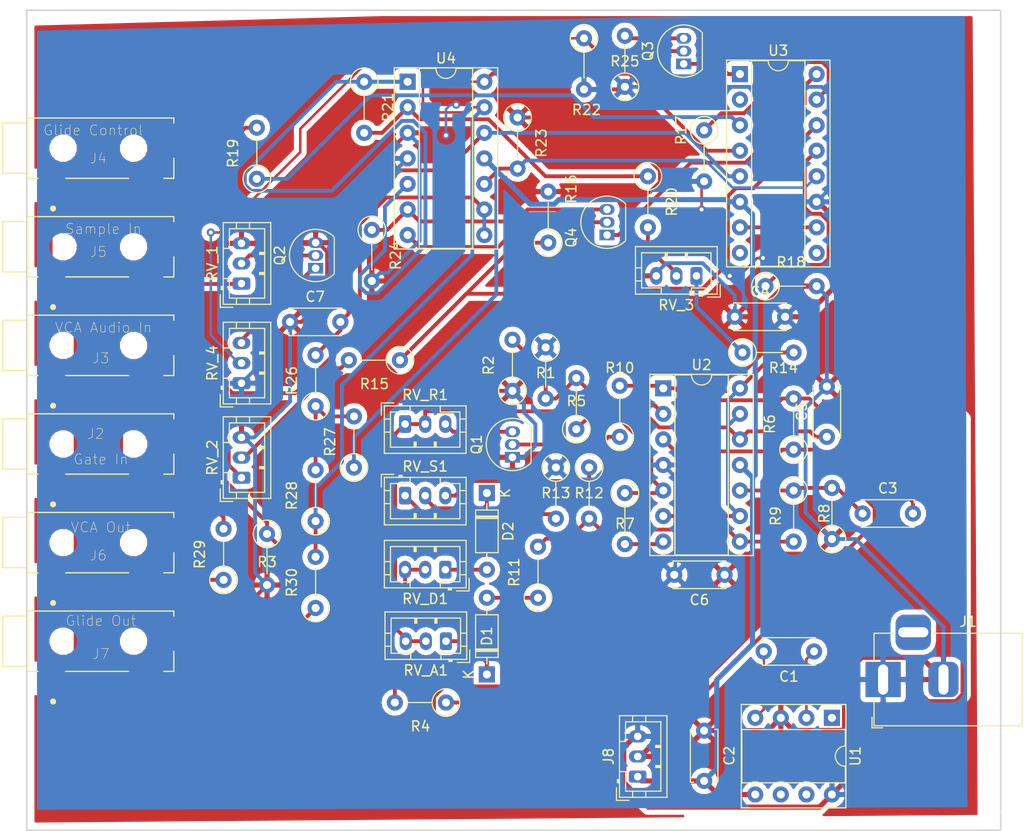
<source format=kicad_pcb>
(kicad_pcb (version 20171130) (host pcbnew "(5.0.1)-rc2")
  (layers (0 F.Cu signal) (31 B.Cu signal) (34 B.Paste user) (35 F.Paste user) (36 B.SilkS user) (37 F.SilkS user) (38 B.Mask user) (39 F.Mask user) (44 Edge.Cuts user))
  (net 0 "")
  (net 1 "Net-(C1-Pad1)")
  (net 2 "Net-(C1-Pad2)")
  (net 3 -9V)
  (net 4 GND)
  (net 5 "Net-(C3-Pad2)")
  (net 6 "Net-(C3-Pad1)")
  (net 7 +9V)
  (net 8 "Net-(C5-Pad1)")
  (net 9 "Net-(C7-Pad2)")
  (net 10 "Net-(D1-Pad1)")
  (net 11 "Net-(D1-Pad2)")
  (net 12 "Net-(D2-Pad2)")
  (net 13 "Net-(D2-Pad1)")
  (net 14 "Net-(Q1-Pad3)")
  (net 15 "Net-(Q1-Pad2)")
  (net 16 "Net-(Q2-Pad1)")
  (net 17 "Net-(Q2-Pad2)")
  (net 18 "Net-(Q3-Pad2)")
  (net 19 "Net-(Q3-Pad3)")
  (net 20 "Net-(Q3-Pad1)")
  (net 21 "Net-(Q4-Pad2)")
  (net 22 "Net-(Q4-Pad3)")
  (net 23 "Net-(Q4-Pad1)")
  (net 24 "Net-(R1-Pad2)")
  (net 25 "Net-(J2-PadT)")
  (net 26 "Net-(R4-Pad1)")
  (net 27 "Net-(R5-Pad1)")
  (net 28 "Net-(R7-Pad2)")
  (net 29 "Net-(R11-Pad2)")
  (net 30 "Net-(R12-Pad1)")
  (net 31 "Net-(R13-Pad2)")
  (net 32 "Net-(R14-Pad1)")
  (net 33 "Net-(R14-Pad2)")
  (net 34 "Net-(R15-Pad1)")
  (net 35 "Net-(R15-Pad2)")
  (net 36 "Net-(R17-Pad1)")
  (net 37 "Net-(R18-Pad1)")
  (net 38 "Net-(R19-Pad1)")
  (net 39 "Net-(J4-PadT)")
  (net 40 "Net-(R20-Pad2)")
  (net 41 "Net-(R20-Pad1)")
  (net 42 "Net-(R21-Pad1)")
  (net 43 "Net-(R23-Pad2)")
  (net 44 "Net-(R26-Pad1)")
  (net 45 "Net-(R28-Pad1)")
  (net 46 "Net-(J6-PadT)")
  (net 47 "Net-(R29-Pad2)")
  (net 48 "Net-(J7-PadT)")
  (net 49 "Net-(J5-PadT)")
  (net 50 "Net-(J3-PadT)")
  (net 51 "Net-(U1-Pad1)")
  (net 52 "Net-(U1-Pad6)")
  (net 53 "Net-(U1-Pad7)")
  (net 54 "Net-(U3-Pad9)")
  (net 55 "Net-(U3-Pad2)")
  (net 56 "Net-(U3-Pad10)")
  (net 57 "Net-(U3-Pad8)")
  (net 58 "Net-(J3-PadTN)")
  (net 59 "Net-(J2-PadTN)")
  (net 60 "Net-(J5-PadTN)")
  (net 61 "Net-(J4-PadTN)")
  (net 62 "Net-(J7-PadTN)")
  (net 63 "Net-(J6-PadTN)")
  (module Capacitor_THT:C_Disc_D5.0mm_W2.5mm_P5.00mm (layer F.Cu) (at 189.992 147.32 180)
    (fp_text reference C1 (at 2.5 -2.5 180) (layer F.SilkS))
    (fp_text value 10uF)
    (pad 1 thru_hole circle (at 0 0 180) (size 1.6 1.6) (drill 0.8) (layers *.Cu *.Mask) (net 1 "Net-(C1-Pad1)"))
    (pad 2 thru_hole circle (at 5 0 180) (size 1.6 1.6) (drill 0.8) (layers *.Cu *.Mask) (net 2 "Net-(C1-Pad2)"))
  )
  (module Capacitor_THT:C_Disc_D5.0mm_W2.5mm_P5.00mm (layer F.Cu) (at 179.07 155.194 270)
    (fp_text reference C2 (at 2.5 -2.5 270) (layer F.SilkS))
    (fp_text value 10uF)
    (pad 2 thru_hole circle (at 5 0 270) (size 1.6 1.6) (drill 0.8) (layers *.Cu *.Mask) (net 3 -9V))
    (pad 1 thru_hole circle (at 0 0 270) (size 1.6 1.6) (drill 0.8) (layers *.Cu *.Mask) (net 4 GND))
  )
  (module Capacitor_THT:C_Disc_D5.0mm_W2.5mm_P5.00mm (layer F.Cu) (at 194.818 133.604)
    (fp_text reference C3 (at 2.5 -2.5) (layer F.SilkS))
    (fp_text value 10nF)
    (pad 1 thru_hole circle (at 0 0) (size 1.6 1.6) (drill 0.8) (layers *.Cu *.Mask) (net 6 "Net-(C3-Pad1)"))
    (pad 2 thru_hole circle (at 5 0) (size 1.6 1.6) (drill 0.8) (layers *.Cu *.Mask) (net 5 "Net-(C3-Pad2)"))
  )
  (module Capacitor_THT:C_Disc_D5.0mm_W2.5mm_P5.00mm (layer F.Cu) (at 182.118 114.046)
    (fp_text reference C4 (at 2.5 -2.5) (layer F.SilkS))
    (fp_text value 100nF)
    (pad 2 thru_hole circle (at 5 0) (size 1.6 1.6) (drill 0.8) (layers *.Cu *.Mask) (net 7 +9V))
    (pad 1 thru_hole circle (at 0 0) (size 1.6 1.6) (drill 0.8) (layers *.Cu *.Mask) (net 4 GND))
  )
  (module Capacitor_THT:C_Disc_D5.0mm_W2.5mm_P5.00mm (layer F.Cu) (at 137.922 114.554)
    (fp_text reference C7 (at 2.5 -2.5) (layer F.SilkS))
    (fp_text value 1uF)
    (pad 1 thru_hole circle (at 0 0) (size 1.6 1.6) (drill 0.8) (layers *.Cu *.Mask) (net 4 GND))
    (pad 2 thru_hole circle (at 5 0) (size 1.6 1.6) (drill 0.8) (layers *.Cu *.Mask) (net 9 "Net-(C7-Pad2)"))
  )
  (module Capacitor_THT:C_Disc_D5.0mm_W2.5mm_P5.00mm (layer F.Cu) (at 181.102 139.7 180)
    (fp_text reference C6 (at 2.5 -2.5 180) (layer F.SilkS))
    (fp_text value 100nF)
    (pad 2 thru_hole circle (at 5 0 180) (size 1.6 1.6) (drill 0.8) (layers *.Cu *.Mask) (net 7 +9V))
    (pad 1 thru_hole circle (at 0 0 180) (size 1.6 1.6) (drill 0.8) (layers *.Cu *.Mask) (net 4 GND))
  )
  (module Capacitor_THT:C_Disc_D5.0mm_W2.5mm_P5.00mm (layer F.Cu) (at 191.262 125.984 90)
    (fp_text reference C5 (at 2.5 -2.5 90) (layer F.SilkS))
    (fp_text value 10uF)
    (pad 1 thru_hole circle (at 0 0 90) (size 1.6 1.6) (drill 0.8) (layers *.Cu *.Mask) (net 8 "Net-(C5-Pad1)"))
    (pad 2 thru_hole circle (at 5 0 90) (size 1.6 1.6) (drill 0.8) (layers *.Cu *.Mask) (net 4 GND))
  )
  (module Connector_BarrelJack:BarrelJack_Horizontal (layer F.Cu) (at 196.85 150.114 180)
    (fp_text reference J1 (at -8.45 5.75 180) (layer F.SilkS))
    (fp_text value Jack-DC)
    (pad 1 thru_hole rect (at 0 0 180) (size 3.5 3.5) (drill oval 1 3) (layers *.Cu *.Mask) (net 7 +9V))
    (pad 2 thru_hole roundrect (at -6 0 180) (size 3 3.5) (drill oval 1 3) (layers *.Cu *.Mask) (net 4 GND))
    (pad 3 thru_hole roundrect (at -3 4.7 180) (size 3.5 3.5) (drill oval 3 1) (layers *.Cu *.Mask))
  )
  (module Connector_JST:JST_PH_B3B-PH-K_1x03_P2.00mm_Vertical (layer F.Cu) (at 133.096 120.65 90)
    (fp_text reference RV_4 (at 2 -2.9 90) (layer F.SilkS))
    (fp_text value 100K)
    (pad 1 thru_hole roundrect (at 0 0 90) (size 1.2 1.75) (drill 0.75) (layers *.Cu *.Mask) (roundrect_rratio 0.208333) (net 7 +9V))
    (pad 2 thru_hole oval (at 2 0 90) (size 1.2 1.75) (drill 0.75) (layers *.Cu *.Mask) (net 18 "Net-(Q3-Pad2)"))
    (pad 3 thru_hole oval (at 4 0 90) (size 1.2 1.75) (drill 0.75) (layers *.Cu *.Mask) (net 16 "Net-(Q2-Pad1)"))
  )
  (module Connector_JST:JST_PH_B3B-PH-K_1x03_P2.00mm_Vertical (layer F.Cu) (at 153.416 146.304 180)
    (fp_text reference RV_A1 (at 2 -2.9 180) (layer F.SilkS))
    (fp_text value 1M)
    (pad 3 thru_hole oval (at 4 0 180) (size 1.2 1.75) (drill 0.75) (layers *.Cu *.Mask) (net 8 "Net-(C5-Pad1)"))
    (pad 2 thru_hole oval (at 2 0 180) (size 1.2 1.75) (drill 0.75) (layers *.Cu *.Mask) (net 8 "Net-(C5-Pad1)"))
    (pad 1 thru_hole roundrect (at 0 0 180) (size 1.2 1.75) (drill 0.75) (layers *.Cu *.Mask) (roundrect_rratio 0.208333) (net 10 "Net-(D1-Pad1)"))
  )
  (module Connector_JST:JST_PH_B3B-PH-K_1x03_P2.00mm_Vertical (layer F.Cu) (at 178.308 109.982 180)
    (fp_text reference RV_3 (at 2 -2.9 180) (layer F.SilkS))
    (fp_text value 100K)
    (pad 1 thru_hole roundrect (at 0 0 180) (size 1.2 1.75) (drill 0.75) (layers *.Cu *.Mask) (roundrect_rratio 0.208333) (net 32 "Net-(R14-Pad1)"))
    (pad 2 thru_hole oval (at 2 0 180) (size 1.2 1.75) (drill 0.75) (layers *.Cu *.Mask) (net 40 "Net-(R20-Pad2)"))
    (pad 3 thru_hole oval (at 4 0 180) (size 1.2 1.75) (drill 0.75) (layers *.Cu *.Mask) (net 4 GND))
  )
  (module Connector_JST:JST_PH_B3B-PH-K_1x03_P2.00mm_Vertical (layer F.Cu) (at 133.096 130.048 90)
    (fp_text reference RV_2 (at 2 -2.9 90) (layer F.SilkS))
    (fp_text value 100K)
    (pad 3 thru_hole oval (at 4 0 90) (size 1.2 1.75) (drill 0.75) (layers *.Cu *.Mask) (net 4 GND))
    (pad 2 thru_hole oval (at 2 0 90) (size 1.2 1.75) (drill 0.75) (layers *.Cu *.Mask) (net 35 "Net-(R15-Pad2)"))
    (pad 1 thru_hole roundrect (at 0 0 90) (size 1.2 1.75) (drill 0.75) (layers *.Cu *.Mask) (roundrect_rratio 0.208333) (net 50 "Net-(J3-PadT)"))
  )
  (module Connector_JST:JST_PH_B3B-PH-K_1x03_P2.00mm_Vertical (layer F.Cu) (at 133.096 110.744 90)
    (fp_text reference RV_1 (at 2 -2.9 90) (layer F.SilkS))
    (fp_text value 100K)
    (pad 1 thru_hole roundrect (at 0 0 90) (size 1.2 1.75) (drill 0.75) (layers *.Cu *.Mask) (roundrect_rratio 0.208333) (net 49 "Net-(J5-PadT)"))
    (pad 2 thru_hole oval (at 2 0 90) (size 1.2 1.75) (drill 0.75) (layers *.Cu *.Mask) (net 17 "Net-(Q2-Pad2)"))
    (pad 3 thru_hole oval (at 4 0 90) (size 1.2 1.75) (drill 0.75) (layers *.Cu *.Mask) (net 4 GND))
  )
  (module Connector_JST:JST_PH_B3B-PH-K_1x03_P2.00mm_Vertical (layer F.Cu) (at 153.352 139.192 180)
    (fp_text reference RV_D1 (at 2 -2.9 180) (layer F.SilkS))
    (fp_text value 1M)
    (pad 3 thru_hole oval (at 4 0 180) (size 1.2 1.75) (drill 0.75) (layers *.Cu *.Mask) (net 8 "Net-(C5-Pad1)"))
    (pad 2 thru_hole oval (at 2 0 180) (size 1.2 1.75) (drill 0.75) (layers *.Cu *.Mask) (net 8 "Net-(C5-Pad1)"))
    (pad 1 thru_hole roundrect (at 0 0 180) (size 1.2 1.75) (drill 0.75) (layers *.Cu *.Mask) (roundrect_rratio 0.208333) (net 12 "Net-(D2-Pad2)"))
  )
  (module Connector_JST:JST_PH_B3B-PH-K_1x03_P2.00mm_Vertical (layer F.Cu) (at 149.352 124.714)
    (fp_text reference RV_R1 (at 2 -2.9) (layer F.SilkS))
    (fp_text value 1M)
    (pad 1 thru_hole roundrect (at 0 0) (size 1.2 1.75) (drill 0.75) (layers *.Cu *.Mask) (roundrect_rratio 0.208333) (net 8 "Net-(C5-Pad1)"))
    (pad 2 thru_hole oval (at 2 0) (size 1.2 1.75) (drill 0.75) (layers *.Cu *.Mask) (net 8 "Net-(C5-Pad1)"))
    (pad 3 thru_hole oval (at 4 0) (size 1.2 1.75) (drill 0.75) (layers *.Cu *.Mask) (net 14 "Net-(Q1-Pad3)"))
  )
  (module Connector_JST:JST_PH_B3B-PH-K_1x03_P2.00mm_Vertical (layer F.Cu) (at 172.466 159.766 90)
    (fp_text reference J8 (at 2 -2.9 90) (layer F.SilkS))
    (fp_text value "Power Out")
    (pad 3 thru_hole oval (at 4 0 90) (size 1.2 1.75) (drill 0.75) (layers *.Cu *.Mask) (net 7 +9V))
    (pad 2 thru_hole oval (at 2 0 90) (size 1.2 1.75) (drill 0.75) (layers *.Cu *.Mask) (net 4 GND))
    (pad 1 thru_hole roundrect (at 0 0 90) (size 1.2 1.75) (drill 0.75) (layers *.Cu *.Mask) (roundrect_rratio 0.208333) (net 3 -9V))
  )
  (module Connector_JST:JST_PH_B3B-PH-K_1x03_P2.00mm_Vertical (layer F.Cu) (at 149.352 131.826)
    (fp_text reference RV_S1 (at 2 -2.9) (layer F.SilkS))
    (fp_text value 10K)
    (pad 1 thru_hole roundrect (at 0 0) (size 1.2 1.75) (drill 0.75) (layers *.Cu *.Mask) (roundrect_rratio 0.208333) (net 31 "Net-(R13-Pad2)"))
    (pad 2 thru_hole oval (at 2 0) (size 1.2 1.75) (drill 0.75) (layers *.Cu *.Mask) (net 13 "Net-(D2-Pad1)"))
    (pad 3 thru_hole oval (at 4 0) (size 1.2 1.75) (drill 0.75) (layers *.Cu *.Mask) (net 30 "Net-(R12-Pad1)"))
  )
  (module Diode_THT:D_DO-35_SOD27_P7.62mm_Horizontal (layer F.Cu) (at 157.48 149.606 90)
    (fp_text reference D1 (at 3.81 0 90) (layer F.SilkS))
    (fp_text value D)
    (fp_text user K (at 0 -1.8 90) (layer F.SilkS))
    (pad 2 thru_hole oval (at 7.62 0 90) (size 1.6 1.6) (drill 0.8) (layers *.Cu *.Mask) (net 11 "Net-(D1-Pad2)"))
    (pad 1 thru_hole rect (at 0 0 90) (size 1.6 1.6) (drill 0.8) (layers *.Cu *.Mask) (net 10 "Net-(D1-Pad1)"))
  )
  (module Diode_THT:D_DO-35_SOD27_P7.62mm_Horizontal (layer F.Cu) (at 157.48 131.572 270)
    (fp_text reference D2 (at 3.81 -2.12 270) (layer F.SilkS))
    (fp_text value D)
    (fp_text user K (at 0 -1.8 270) (layer F.SilkS))
    (pad 1 thru_hole rect (at 0 0 270) (size 1.6 1.6) (drill 0.8) (layers *.Cu *.Mask) (net 13 "Net-(D2-Pad1)"))
    (pad 2 thru_hole oval (at 7.62 0 270) (size 1.6 1.6) (drill 0.8) (layers *.Cu *.Mask) (net 12 "Net-(D2-Pad2)"))
  )
  (module Package_DIP:DIP-14_W7.62mm_Socket (layer F.Cu) (at 175.006 121.158)
    (fp_text reference U2 (at 3.81 -2.33) (layer F.SilkS))
    (fp_text value LM324)
    (pad 14 thru_hole oval (at 7.62 0) (size 1.6 1.6) (drill 0.8) (layers *.Cu *.Mask) (net 33 "Net-(R14-Pad2)"))
    (pad 7 thru_hole oval (at 0 15.24) (size 1.6 1.6) (drill 0.8) (layers *.Cu *.Mask) (net 28 "Net-(R7-Pad2)"))
    (pad 13 thru_hole oval (at 7.62 2.54) (size 1.6 1.6) (drill 0.8) (layers *.Cu *.Mask) (net 33 "Net-(R14-Pad2)"))
    (pad 6 thru_hole oval (at 0 12.7) (size 1.6 1.6) (drill 0.8) (layers *.Cu *.Mask) (net 33 "Net-(R14-Pad2)"))
    (pad 12 thru_hole oval (at 7.62 5.08) (size 1.6 1.6) (drill 0.8) (layers *.Cu *.Mask) (net 8 "Net-(C5-Pad1)"))
    (pad 5 thru_hole oval (at 0 10.16) (size 1.6 1.6) (drill 0.8) (layers *.Cu *.Mask) (net 27 "Net-(R5-Pad1)"))
    (pad 11 thru_hole oval (at 7.62 7.62) (size 1.6 1.6) (drill 0.8) (layers *.Cu *.Mask) (net 3 -9V))
    (pad 4 thru_hole oval (at 0 7.62) (size 1.6 1.6) (drill 0.8) (layers *.Cu *.Mask) (net 7 +9V))
    (pad 10 thru_hole oval (at 7.62 10.16) (size 1.6 1.6) (drill 0.8) (layers *.Cu *.Mask) (net 6 "Net-(C3-Pad1)"))
    (pad 3 thru_hole oval (at 0 5.08) (size 1.6 1.6) (drill 0.8) (layers *.Cu *.Mask) (net 26 "Net-(R4-Pad1)"))
    (pad 9 thru_hole oval (at 7.62 12.7) (size 1.6 1.6) (drill 0.8) (layers *.Cu *.Mask) (net 33 "Net-(R14-Pad2)"))
    (pad 2 thru_hole oval (at 0 2.54) (size 1.6 1.6) (drill 0.8) (layers *.Cu *.Mask) (net 24 "Net-(R1-Pad2)"))
    (pad 8 thru_hole oval (at 7.62 15.24) (size 1.6 1.6) (drill 0.8) (layers *.Cu *.Mask) (net 29 "Net-(R11-Pad2)"))
    (pad 1 thru_hole rect (at 0 0) (size 1.6 1.6) (drill 0.8) (layers *.Cu *.Mask) (net 5 "Net-(C3-Pad2)"))
  )
  (module Package_DIP:DIP-14_W7.62mm_Socket (layer F.Cu) (at 149.606 90.678)
    (fp_text reference U4 (at 3.81 -2.33) (layer F.SilkS))
    (fp_text value LM324)
    (pad 1 thru_hole rect (at 0 0) (size 1.6 1.6) (drill 0.8) (layers *.Cu *.Mask) (net 42 "Net-(R21-Pad1)"))
    (pad 8 thru_hole oval (at 7.62 15.24) (size 1.6 1.6) (drill 0.8) (layers *.Cu *.Mask) (net 47 "Net-(R29-Pad2)"))
    (pad 2 thru_hole oval (at 0 2.54) (size 1.6 1.6) (drill 0.8) (layers *.Cu *.Mask) (net 41 "Net-(R20-Pad1)"))
    (pad 9 thru_hole oval (at 7.62 12.7) (size 1.6 1.6) (drill 0.8) (layers *.Cu *.Mask) (net 47 "Net-(R29-Pad2)"))
    (pad 3 thru_hole oval (at 0 5.08) (size 1.6 1.6) (drill 0.8) (layers *.Cu *.Mask) (net 4 GND))
    (pad 10 thru_hole oval (at 7.62 10.16) (size 1.6 1.6) (drill 0.8) (layers *.Cu *.Mask) (net 43 "Net-(R23-Pad2)"))
    (pad 4 thru_hole oval (at 0 7.62) (size 1.6 1.6) (drill 0.8) (layers *.Cu *.Mask) (net 7 +9V))
    (pad 11 thru_hole oval (at 7.62 7.62) (size 1.6 1.6) (drill 0.8) (layers *.Cu *.Mask) (net 3 -9V))
    (pad 5 thru_hole oval (at 0 10.16) (size 1.6 1.6) (drill 0.8) (layers *.Cu *.Mask) (net 42 "Net-(R21-Pad1)"))
    (pad 12 thru_hole oval (at 7.62 5.08) (size 1.6 1.6) (drill 0.8) (layers *.Cu *.Mask) (net 9 "Net-(C7-Pad2)"))
    (pad 6 thru_hole oval (at 0 12.7) (size 1.6 1.6) (drill 0.8) (layers *.Cu *.Mask) (net 22 "Net-(Q4-Pad3)"))
    (pad 13 thru_hole oval (at 7.62 2.54) (size 1.6 1.6) (drill 0.8) (layers *.Cu *.Mask) (net 45 "Net-(R28-Pad1)"))
    (pad 7 thru_hole oval (at 0 15.24) (size 1.6 1.6) (drill 0.8) (layers *.Cu *.Mask) (net 21 "Net-(Q4-Pad2)"))
    (pad 14 thru_hole oval (at 7.62 0) (size 1.6 1.6) (drill 0.8) (layers *.Cu *.Mask) (net 45 "Net-(R28-Pad1)"))
  )
  (module Package_DIP:DIP-16_W7.62mm_Socket (layer F.Cu) (at 182.626 89.916)
    (fp_text reference U3 (at 3.81 -2.33) (layer F.SilkS))
    (fp_text value LM13700)
    (pad 1 thru_hole rect (at 0 0) (size 1.6 1.6) (drill 0.8) (layers *.Cu *.Mask) (net 20 "Net-(Q3-Pad1)"))
    (pad 9 thru_hole oval (at 7.62 17.78) (size 1.6 1.6) (drill 0.8) (layers *.Cu *.Mask) (net 54 "Net-(U3-Pad9)"))
    (pad 2 thru_hole oval (at 0 2.54) (size 1.6 1.6) (drill 0.8) (layers *.Cu *.Mask) (net 55 "Net-(U3-Pad2)"))
    (pad 10 thru_hole oval (at 7.62 15.24) (size 1.6 1.6) (drill 0.8) (layers *.Cu *.Mask) (net 56 "Net-(U3-Pad10)"))
    (pad 3 thru_hole oval (at 0 5.08) (size 1.6 1.6) (drill 0.8) (layers *.Cu *.Mask) (net 38 "Net-(R19-Pad1)"))
    (pad 11 thru_hole oval (at 7.62 12.7) (size 1.6 1.6) (drill 0.8) (layers *.Cu *.Mask) (net 7 +9V))
    (pad 4 thru_hole oval (at 0 7.62) (size 1.6 1.6) (drill 0.8) (layers *.Cu *.Mask) (net 45 "Net-(R28-Pad1)"))
    (pad 12 thru_hole oval (at 7.62 10.16) (size 1.6 1.6) (drill 0.8) (layers *.Cu *.Mask) (net 43 "Net-(R23-Pad2)"))
    (pad 5 thru_hole oval (at 0 10.16) (size 1.6 1.6) (drill 0.8) (layers *.Cu *.Mask) (net 9 "Net-(C7-Pad2)"))
    (pad 13 thru_hole oval (at 7.62 7.62) (size 1.6 1.6) (drill 0.8) (layers *.Cu *.Mask) (net 37 "Net-(R18-Pad1)"))
    (pad 6 thru_hole oval (at 0 12.7) (size 1.6 1.6) (drill 0.8) (layers *.Cu *.Mask) (net 3 -9V))
    (pad 14 thru_hole oval (at 7.62 5.08) (size 1.6 1.6) (drill 0.8) (layers *.Cu *.Mask) (net 34 "Net-(R15-Pad1)"))
    (pad 7 thru_hole oval (at 0 15.24) (size 1.6 1.6) (drill 0.8) (layers *.Cu *.Mask) (net 56 "Net-(U3-Pad10)"))
    (pad 15 thru_hole oval (at 7.62 2.54) (size 1.6 1.6) (drill 0.8) (layers *.Cu *.Mask) (net 36 "Net-(R17-Pad1)"))
    (pad 8 thru_hole oval (at 0 17.78) (size 1.6 1.6) (drill 0.8) (layers *.Cu *.Mask) (net 57 "Net-(U3-Pad8)"))
    (pad 16 thru_hole oval (at 7.62 0) (size 1.6 1.6) (drill 0.8) (layers *.Cu *.Mask) (net 23 "Net-(Q4-Pad1)"))
  )
  (module Package_DIP:DIP-8_W7.62mm_Socket (layer F.Cu) (at 191.77 153.924 270)
    (fp_text reference U1 (at 3.81 -2.33 270) (layer F.SilkS))
    (fp_text value LTC1044)
    (pad 1 thru_hole rect (at 0 0 270) (size 1.6 1.6) (drill 0.8) (layers *.Cu *.Mask) (net 51 "Net-(U1-Pad1)"))
    (pad 5 thru_hole oval (at 7.62 7.62 270) (size 1.6 1.6) (drill 0.8) (layers *.Cu *.Mask) (net 3 -9V))
    (pad 2 thru_hole oval (at 0 2.54 270) (size 1.6 1.6) (drill 0.8) (layers *.Cu *.Mask) (net 1 "Net-(C1-Pad1)"))
    (pad 6 thru_hole oval (at 7.62 5.08 270) (size 1.6 1.6) (drill 0.8) (layers *.Cu *.Mask) (net 52 "Net-(U1-Pad6)"))
    (pad 3 thru_hole oval (at 0 5.08 270) (size 1.6 1.6) (drill 0.8) (layers *.Cu *.Mask) (net 4 GND))
    (pad 7 thru_hole oval (at 7.62 2.54 270) (size 1.6 1.6) (drill 0.8) (layers *.Cu *.Mask) (net 53 "Net-(U1-Pad7)"))
    (pad 4 thru_hole oval (at 0 7.62 270) (size 1.6 1.6) (drill 0.8) (layers *.Cu *.Mask) (net 2 "Net-(C1-Pad2)"))
    (pad 8 thru_hole oval (at 7.62 0 270) (size 1.6 1.6) (drill 0.8) (layers *.Cu *.Mask) (net 7 +9V))
  )
  (module Package_TO_SOT_THT:TO-92_Inline (layer F.Cu) (at 169.418 105.918 90)
    (fp_text reference Q4 (at -0.254 -3.556 90) (layer F.SilkS))
    (fp_text value BC559)
    (pad 1 thru_hole rect (at 0 0 90) (size 1.05 1.5) (drill 0.75) (layers *.Cu *.Mask) (net 23 "Net-(Q4-Pad1)"))
    (pad 3 thru_hole oval (at 2.54 0 90) (size 1.05 1.5) (drill 0.75) (layers *.Cu *.Mask) (net 22 "Net-(Q4-Pad3)"))
    (pad 2 thru_hole oval (at 1.27 0 90) (size 1.05 1.5) (drill 0.75) (layers *.Cu *.Mask) (net 21 "Net-(Q4-Pad2)"))
  )
  (module Package_TO_SOT_THT:TO-92_Inline (layer F.Cu) (at 177.038 88.9 90)
    (fp_text reference Q3 (at 1.27 -3.56 90) (layer F.SilkS))
    (fp_text value BC559)
    (pad 2 thru_hole oval (at 1.27 0 90) (size 1.05 1.5) (drill 0.75) (layers *.Cu *.Mask) (net 18 "Net-(Q3-Pad2)"))
    (pad 3 thru_hole oval (at 2.54 0 90) (size 1.05 1.5) (drill 0.75) (layers *.Cu *.Mask) (net 19 "Net-(Q3-Pad3)"))
    (pad 1 thru_hole rect (at 0 0 90) (size 1.05 1.5) (drill 0.75) (layers *.Cu *.Mask) (net 20 "Net-(Q3-Pad1)"))
  )
  (module Package_TO_SOT_THT:TO-92_Inline (layer F.Cu) (at 140.462 109.22 90)
    (fp_text reference Q2 (at 1.27 -3.56 90) (layer F.SilkS))
    (fp_text value BC548)
    (pad 1 thru_hole rect (at 0 0 90) (size 1.05 1.5) (drill 0.75) (layers *.Cu *.Mask) (net 16 "Net-(Q2-Pad1)"))
    (pad 3 thru_hole oval (at 2.54 0 90) (size 1.05 1.5) (drill 0.75) (layers *.Cu *.Mask) (net 4 GND))
    (pad 2 thru_hole oval (at 1.27 0 90) (size 1.05 1.5) (drill 0.75) (layers *.Cu *.Mask) (net 17 "Net-(Q2-Pad2)"))
  )
  (module Package_TO_SOT_THT:TO-92_Inline (layer F.Cu) (at 160.02 128.016 90)
    (fp_text reference Q1 (at 1.27 -3.56 90) (layer F.SilkS))
    (fp_text value BC559)
    (pad 2 thru_hole oval (at 1.27 0 90) (size 1.05 1.5) (drill 0.75) (layers *.Cu *.Mask) (net 15 "Net-(Q1-Pad2)"))
    (pad 3 thru_hole oval (at 2.54 0 90) (size 1.05 1.5) (drill 0.75) (layers *.Cu *.Mask) (net 14 "Net-(Q1-Pad3)"))
    (pad 1 thru_hole rect (at 0 0 90) (size 1.05 1.5) (drill 0.75) (layers *.Cu *.Mask) (net 4 GND))
  )
  (module Resistor_THT:R_Axial_DIN0207_L6.3mm_D2.5mm_P5.08mm_Vertical (layer F.Cu) (at 135.636 135.636 270)
    (fp_text reference R3 (at 2.794 0) (layer F.SilkS))
    (fp_text value 22K)
    (pad 2 thru_hole oval (at 5.08 0 270) (size 1.6 1.6) (drill 0.8) (layers *.Cu *.Mask) (net 4 GND))
    (pad 1 thru_hole circle (at 0 0 270) (size 1.6 1.6) (drill 0.8) (layers *.Cu *.Mask) (net 25 "Net-(J2-PadT)"))
  )
  (module Resistor_THT:R_Axial_DIN0207_L6.3mm_D2.5mm_P5.08mm_Vertical (layer F.Cu) (at 163.322 117.094 270)
    (fp_text reference R1 (at 2.54 0) (layer F.SilkS))
    (fp_text value 33K)
    (pad 1 thru_hole circle (at 0 0 270) (size 1.6 1.6) (drill 0.8) (layers *.Cu *.Mask) (net 7 +9V))
    (pad 2 thru_hole oval (at 5.08 0 270) (size 1.6 1.6) (drill 0.8) (layers *.Cu *.Mask) (net 24 "Net-(R1-Pad2)"))
  )
  (module Resistor_THT:R_Axial_DIN0207_L6.3mm_D2.5mm_P5.08mm_Vertical (layer F.Cu) (at 146.05 105.41 270)
    (fp_text reference R24 (at 2.54 -2.37 270) (layer F.SilkS))
    (fp_text value 5K)
    (pad 2 thru_hole oval (at 5.08 0 270) (size 1.6 1.6) (drill 0.8) (layers *.Cu *.Mask) (net 4 GND))
    (pad 1 thru_hole circle (at 0 0 270) (size 1.6 1.6) (drill 0.8) (layers *.Cu *.Mask) (net 22 "Net-(Q4-Pad3)"))
  )
  (module Resistor_THT:R_Axial_DIN0207_L6.3mm_D2.5mm_P5.08mm_Vertical (layer F.Cu) (at 171.196 91.186 90)
    (fp_text reference R25 (at 2.54 0 180) (layer F.SilkS))
    (fp_text value 33K)
    (pad 1 thru_hole circle (at 0 0 90) (size 1.6 1.6) (drill 0.8) (layers *.Cu *.Mask) (net 7 +9V))
    (pad 2 thru_hole oval (at 5.08 0 90) (size 1.6 1.6) (drill 0.8) (layers *.Cu *.Mask) (net 19 "Net-(Q3-Pad3)"))
  )
  (module Resistor_THT:R_Axial_DIN0207_L6.3mm_D2.5mm_P5.08mm_Vertical (layer F.Cu) (at 140.462 122.936 90)
    (fp_text reference R26 (at 2.54 -2.37 90) (layer F.SilkS))
    (fp_text value 1M)
    (pad 2 thru_hole oval (at 5.08 0 90) (size 1.6 1.6) (drill 0.8) (layers *.Cu *.Mask) (net 9 "Net-(C7-Pad2)"))
    (pad 1 thru_hole circle (at 0 0 90) (size 1.6 1.6) (drill 0.8) (layers *.Cu *.Mask) (net 44 "Net-(R26-Pad1)"))
  )
  (module Resistor_THT:R_Axial_DIN0207_L6.3mm_D2.5mm_P5.08mm_Vertical (layer F.Cu) (at 144.272 129.032 90)
    (fp_text reference R27 (at 2.54 -2.37 90) (layer F.SilkS))
    (fp_text value 1M)
    (pad 1 thru_hole circle (at 0 0 90) (size 1.6 1.6) (drill 0.8) (layers *.Cu *.Mask) (net 3 -9V))
    (pad 2 thru_hole oval (at 5.08 0 90) (size 1.6 1.6) (drill 0.8) (layers *.Cu *.Mask) (net 44 "Net-(R26-Pad1)"))
  )
  (module Resistor_THT:R_Axial_DIN0207_L6.3mm_D2.5mm_P5.08mm_Vertical (layer F.Cu) (at 140.462 134.366 90)
    (fp_text reference R28 (at 2.54 -2.37 90) (layer F.SilkS))
    (fp_text value 1M)
    (pad 2 thru_hole oval (at 5.08 0 90) (size 1.6 1.6) (drill 0.8) (layers *.Cu *.Mask) (net 44 "Net-(R26-Pad1)"))
    (pad 1 thru_hole circle (at 0 0 90) (size 1.6 1.6) (drill 0.8) (layers *.Cu *.Mask) (net 45 "Net-(R28-Pad1)"))
  )
  (module Resistor_THT:R_Axial_DIN0207_L6.3mm_D2.5mm_P5.08mm_Vertical (layer F.Cu) (at 131.318 140.208 90)
    (fp_text reference R29 (at 2.54 -2.37 90) (layer F.SilkS))
    (fp_text value 1K)
    (pad 1 thru_hole circle (at 0 0 90) (size 1.6 1.6) (drill 0.8) (layers *.Cu *.Mask) (net 46 "Net-(J6-PadT)"))
    (pad 2 thru_hole oval (at 5.08 0 90) (size 1.6 1.6) (drill 0.8) (layers *.Cu *.Mask) (net 47 "Net-(R29-Pad2)"))
  )
  (module Resistor_THT:R_Axial_DIN0207_L6.3mm_D2.5mm_P5.08mm_Vertical (layer F.Cu) (at 140.462 143.002 90)
    (fp_text reference R30 (at 2.54 -2.37 90) (layer F.SilkS))
    (fp_text value 1K)
    (pad 2 thru_hole oval (at 5.08 0 90) (size 1.6 1.6) (drill 0.8) (layers *.Cu *.Mask) (net 45 "Net-(R28-Pad1)"))
    (pad 1 thru_hole circle (at 0 0 90) (size 1.6 1.6) (drill 0.8) (layers *.Cu *.Mask) (net 48 "Net-(J7-PadT)"))
  )
  (module Resistor_THT:R_Axial_DIN0207_L6.3mm_D2.5mm_P5.08mm_Vertical (layer F.Cu) (at 153.416 152.4 180)
    (fp_text reference R4 (at 2.54 -2.37 180) (layer F.SilkS))
    (fp_text value 1K)
    (pad 1 thru_hole circle (at 0 0 180) (size 1.6 1.6) (drill 0.8) (layers *.Cu *.Mask) (net 26 "Net-(R4-Pad1)"))
    (pad 2 thru_hole oval (at 5.08 0 180) (size 1.6 1.6) (drill 0.8) (layers *.Cu *.Mask) (net 25 "Net-(J2-PadT)"))
  )
  (module Resistor_THT:R_Axial_DIN0207_L6.3mm_D2.5mm_P5.08mm_Vertical (layer F.Cu) (at 167.132 86.36 270)
    (fp_text reference R22 (at 7.112 -0.254) (layer F.SilkS))
    (fp_text value 33K)
    (pad 2 thru_hole oval (at 5.08 0 270) (size 1.6 1.6) (drill 0.8) (layers *.Cu *.Mask) (net 7 +9V))
    (pad 1 thru_hole circle (at 0 0 270) (size 1.6 1.6) (drill 0.8) (layers *.Cu *.Mask) (net 18 "Net-(Q3-Pad2)"))
  )
  (module Resistor_THT:R_Axial_DIN0207_L6.3mm_D2.5mm_P5.08mm_Vertical (layer F.Cu) (at 145.288 90.678 270)
    (fp_text reference R21 (at 2.54 -2.37 270) (layer F.SilkS))
    (fp_text value 33K)
    (pad 1 thru_hole circle (at 0 0 270) (size 1.6 1.6) (drill 0.8) (layers *.Cu *.Mask) (net 42 "Net-(R21-Pad1)"))
    (pad 2 thru_hole oval (at 5.08 0 270) (size 1.6 1.6) (drill 0.8) (layers *.Cu *.Mask) (net 41 "Net-(R20-Pad1)"))
  )
  (module Resistor_THT:R_Axial_DIN0207_L6.3mm_D2.5mm_P5.08mm_Vertical (layer F.Cu) (at 173.482 100.076 270)
    (fp_text reference R20 (at 2.54 -2.37 270) (layer F.SilkS))
    (fp_text value 33K)
    (pad 2 thru_hole oval (at 5.08 0 270) (size 1.6 1.6) (drill 0.8) (layers *.Cu *.Mask) (net 40 "Net-(R20-Pad2)"))
    (pad 1 thru_hole circle (at 0 0 270) (size 1.6 1.6) (drill 0.8) (layers *.Cu *.Mask) (net 41 "Net-(R20-Pad1)"))
  )
  (module Resistor_THT:R_Axial_DIN0207_L6.3mm_D2.5mm_P5.08mm_Vertical (layer F.Cu) (at 166.37 125.222 90)
    (fp_text reference R5 (at 2.794 0 180) (layer F.SilkS))
    (fp_text value 10K)
    (pad 1 thru_hole circle (at 0 0 90) (size 1.6 1.6) (drill 0.8) (layers *.Cu *.Mask) (net 27 "Net-(R5-Pad1)"))
    (pad 2 thru_hole oval (at 5.08 0 90) (size 1.6 1.6) (drill 0.8) (layers *.Cu *.Mask) (net 24 "Net-(R1-Pad2)"))
  )
  (module Resistor_THT:R_Axial_DIN0207_L6.3mm_D2.5mm_P5.08mm_Vertical (layer F.Cu) (at 160.528 94.234 270)
    (fp_text reference R23 (at 2.54 -2.37 270) (layer F.SilkS))
    (fp_text value 10K)
    (pad 2 thru_hole oval (at 5.08 0 270) (size 1.6 1.6) (drill 0.8) (layers *.Cu *.Mask) (net 43 "Net-(R23-Pad2)"))
    (pad 1 thru_hole circle (at 0 0 270) (size 1.6 1.6) (drill 0.8) (layers *.Cu *.Mask) (net 4 GND))
  )
  (module Resistor_THT:R_Axial_DIN0207_L6.3mm_D2.5mm_P5.08mm_Vertical (layer F.Cu) (at 185.166 110.998)
    (fp_text reference R18 (at 2.54 -2.37) (layer F.SilkS))
    (fp_text value 1K)
    (pad 1 thru_hole circle (at 0 0) (size 1.6 1.6) (drill 0.8) (layers *.Cu *.Mask) (net 37 "Net-(R18-Pad1)"))
    (pad 2 thru_hole oval (at 5.08 0) (size 1.6 1.6) (drill 0.8) (layers *.Cu *.Mask) (net 4 GND))
  )
  (module Resistor_THT:R_Axial_DIN0207_L6.3mm_D2.5mm_P5.08mm_Vertical (layer F.Cu) (at 179.07 95.504 270)
    (fp_text reference R17 (at 0 2.286 270) (layer F.SilkS))
    (fp_text value 10K)
    (pad 2 thru_hole oval (at 5.08 0 270) (size 1.6 1.6) (drill 0.8) (layers *.Cu *.Mask) (net 7 +9V))
    (pad 1 thru_hole circle (at 0 0 270) (size 1.6 1.6) (drill 0.8) (layers *.Cu *.Mask) (net 36 "Net-(R17-Pad1)"))
  )
  (module Resistor_THT:R_Axial_DIN0207_L6.3mm_D2.5mm_P5.08mm_Vertical (layer F.Cu) (at 163.576 106.68 90)
    (fp_text reference R16 (at 5.334 2.286 90) (layer F.SilkS))
    (fp_text value 1K)
    (pad 1 thru_hole circle (at 0 0 90) (size 1.6 1.6) (drill 0.8) (layers *.Cu *.Mask) (net 34 "Net-(R15-Pad1)"))
    (pad 2 thru_hole oval (at 5.08 0 90) (size 1.6 1.6) (drill 0.8) (layers *.Cu *.Mask) (net 4 GND))
  )
  (module Resistor_THT:R_Axial_DIN0207_L6.3mm_D2.5mm_P5.08mm_Vertical (layer F.Cu) (at 148.844 118.364 180)
    (fp_text reference R15 (at 2.54 -2.37 180) (layer F.SilkS))
    (fp_text value 10K)
    (pad 2 thru_hole oval (at 5.08 0 180) (size 1.6 1.6) (drill 0.8) (layers *.Cu *.Mask) (net 35 "Net-(R15-Pad2)"))
    (pad 1 thru_hole circle (at 0 0 180) (size 1.6 1.6) (drill 0.8) (layers *.Cu *.Mask) (net 34 "Net-(R15-Pad1)"))
  )
  (module Resistor_THT:R_Axial_DIN0207_L6.3mm_D2.5mm_P5.08mm_Vertical (layer F.Cu) (at 182.88 117.602)
    (fp_text reference R14 (at 4.064 1.524) (layer F.SilkS))
    (fp_text value 1K)
    (pad 1 thru_hole circle (at 0 0) (size 1.6 1.6) (drill 0.8) (layers *.Cu *.Mask) (net 32 "Net-(R14-Pad1)"))
    (pad 2 thru_hole oval (at 5.08 0) (size 1.6 1.6) (drill 0.8) (layers *.Cu *.Mask) (net 33 "Net-(R14-Pad2)"))
  )
  (module Resistor_THT:R_Axial_DIN0207_L6.3mm_D2.5mm_P5.08mm_Vertical (layer F.Cu) (at 164.338 129.032 270)
    (fp_text reference R13 (at 2.54 0) (layer F.SilkS))
    (fp_text value 10K)
    (pad 2 thru_hole oval (at 5.08 0 270) (size 1.6 1.6) (drill 0.8) (layers *.Cu *.Mask) (net 31 "Net-(R13-Pad2)"))
    (pad 1 thru_hole circle (at 0 0 270) (size 1.6 1.6) (drill 0.8) (layers *.Cu *.Mask) (net 7 +9V))
  )
  (module Resistor_THT:R_Axial_DIN0207_L6.3mm_D2.5mm_P5.08mm_Vertical (layer F.Cu) (at 167.64 129.032 270)
    (fp_text reference R12 (at 2.54 0) (layer F.SilkS))
    (fp_text value 10K)
    (pad 1 thru_hole circle (at 0 0 270) (size 1.6 1.6) (drill 0.8) (layers *.Cu *.Mask) (net 30 "Net-(R12-Pad1)"))
    (pad 2 thru_hole oval (at 5.08 0 270) (size 1.6 1.6) (drill 0.8) (layers *.Cu *.Mask) (net 29 "Net-(R11-Pad2)"))
  )
  (module Resistor_THT:R_Axial_DIN0207_L6.3mm_D2.5mm_P5.08mm_Vertical (layer F.Cu) (at 162.56 141.986 90)
    (fp_text reference R11 (at 2.54 -2.37 90) (layer F.SilkS))
    (fp_text value 1K)
    (pad 2 thru_hole oval (at 5.08 0 90) (size 1.6 1.6) (drill 0.8) (layers *.Cu *.Mask) (net 29 "Net-(R11-Pad2)"))
    (pad 1 thru_hole circle (at 0 0 90) (size 1.6 1.6) (drill 0.8) (layers *.Cu *.Mask) (net 11 "Net-(D1-Pad2)"))
  )
  (module Resistor_THT:R_Axial_DIN0207_L6.3mm_D2.5mm_P5.08mm_Vertical (layer F.Cu) (at 170.688 125.984 90)
    (fp_text reference R10 (at 6.858 0 180) (layer F.SilkS))
    (fp_text value 33K)
    (pad 1 thru_hole circle (at 0 0 90) (size 1.6 1.6) (drill 0.8) (layers *.Cu *.Mask) (net 15 "Net-(Q1-Pad2)"))
    (pad 2 thru_hole oval (at 5.08 0 90) (size 1.6 1.6) (drill 0.8) (layers *.Cu *.Mask) (net 5 "Net-(C3-Pad2)"))
  )
  (module Resistor_THT:R_Axial_DIN0207_L6.3mm_D2.5mm_P5.08mm_Vertical (layer F.Cu) (at 187.96 131.318 270)
    (fp_text reference R9 (at 2.54 1.778 270) (layer F.SilkS))
    (fp_text value 1M)
    (pad 2 thru_hole oval (at 5.08 0 270) (size 1.6 1.6) (drill 0.8) (layers *.Cu *.Mask) (net 29 "Net-(R11-Pad2)"))
    (pad 1 thru_hole circle (at 0 0 270) (size 1.6 1.6) (drill 0.8) (layers *.Cu *.Mask) (net 6 "Net-(C3-Pad1)"))
  )
  (module Resistor_THT:R_Axial_DIN0207_L6.3mm_D2.5mm_P5.08mm_Vertical (layer F.Cu) (at 171.196 131.572 270)
    (fp_text reference R7 (at 3.048 0) (layer F.SilkS))
    (fp_text value 1M)
    (pad 1 thru_hole circle (at 0 0 270) (size 1.6 1.6) (drill 0.8) (layers *.Cu *.Mask) (net 27 "Net-(R5-Pad1)"))
    (pad 2 thru_hole oval (at 5.08 0 270) (size 1.6 1.6) (drill 0.8) (layers *.Cu *.Mask) (net 28 "Net-(R7-Pad2)"))
  )
  (module Resistor_THT:R_Axial_DIN0207_L6.3mm_D2.5mm_P5.08mm_Vertical (layer F.Cu) (at 160.02 121.412 90)
    (fp_text reference R2 (at 2.54 -2.37 90) (layer F.SilkS))
    (fp_text value 1K)
    (pad 2 thru_hole oval (at 5.08 0 90) (size 1.6 1.6) (drill 0.8) (layers *.Cu *.Mask) (net 24 "Net-(R1-Pad2)"))
    (pad 1 thru_hole circle (at 0 0 90) (size 1.6 1.6) (drill 0.8) (layers *.Cu *.Mask) (net 4 GND))
  )
  (module Resistor_THT:R_Axial_DIN0207_L6.3mm_D2.5mm_P5.08mm_Vertical (layer F.Cu) (at 187.96 127.254 90)
    (fp_text reference R6 (at 2.54 -2.37 90) (layer F.SilkS))
    (fp_text value 1M)
    (pad 1 thru_hole circle (at 0 0 90) (size 1.6 1.6) (drill 0.8) (layers *.Cu *.Mask) (net 26 "Net-(R4-Pad1)"))
    (pad 2 thru_hole oval (at 5.08 0 90) (size 1.6 1.6) (drill 0.8) (layers *.Cu *.Mask) (net 5 "Net-(C3-Pad2)"))
  )
  (module Resistor_THT:R_Axial_DIN0207_L6.3mm_D2.5mm_P5.08mm_Vertical (layer F.Cu) (at 134.62 100.33 90)
    (fp_text reference R19 (at 2.54 -2.37 90) (layer F.SilkS))
    (fp_text value 100K)
    (pad 2 thru_hole oval (at 5.08 0 90) (size 1.6 1.6) (drill 0.8) (layers *.Cu *.Mask) (net 39 "Net-(J4-PadT)"))
    (pad 1 thru_hole circle (at 0 0 90) (size 1.6 1.6) (drill 0.8) (layers *.Cu *.Mask) (net 38 "Net-(R19-Pad1)"))
  )
  (module Resistor_THT:R_Axial_DIN0207_L6.3mm_D2.5mm_P5.08mm_Vertical (layer F.Cu) (at 191.77 136.144 90)
    (fp_text reference R8 (at 2.54 -0.762 90) (layer F.SilkS))
    (fp_text value 1M)
    (pad 1 thru_hole circle (at 0 0 90) (size 1.6 1.6) (drill 0.8) (layers *.Cu *.Mask) (net 4 GND))
    (pad 2 thru_hole oval (at 5.08 0 90) (size 1.6 1.6) (drill 0.8) (layers *.Cu *.Mask) (net 6 "Net-(C3-Pad1)"))
  )
  (module SJ2-3592B-SMT-TR:CUI_SJ2-3592B-SMT-TR (layer F.Cu) (at 119.126 136.4996)
    (fp_text reference J6 (at -0.254 1.27) (layer F.SilkS) (effects (font (size 1.00194 1.00194) (thickness 0.05))))
    (fp_text value "VCA Out" (at 0 -1.524) (layer F.SilkS) (effects (font (size 1.00016 1.00016) (thickness 0.05))))
    (pad Hole np_thru_hole circle (at 3.25 0) (size 1.7 1.7) (drill 1.7) (layers *.Cu *.Mask F.SilkS))
    (pad Hole np_thru_hole circle (at -3.75 0) (size 1.7 1.7) (drill 1.7) (layers *.Cu *.Mask F.SilkS))
    (pad TN smd rect (at 8.55 -0.75) (size 2.2 2.8) (layers F.Cu F.Paste F.Mask) (net 63 "Net-(J6-PadTN)"))
    (pad T smd rect (at 4.55 3.7) (size 2.2 2.8) (layers F.Cu F.Paste F.Mask) (net 46 "Net-(J6-PadT)"))
    (pad S smd rect (at -4.85 3.7) (size 2.2 2.8) (layers F.Cu F.Paste F.Mask) (net 4 GND))
  )
  (module SJ2-3592B-SMT-TR:CUI_SJ2-3592B-SMT-TR (layer F.Cu) (at 119.126 146.304)
    (fp_text reference J7 (at 0 1.27) (layer F.SilkS) (effects (font (size 1.00194 1.00194) (thickness 0.05))))
    (fp_text value "Glide Out" (at 0 -2.032) (layer F.SilkS) (effects (font (size 1.00016 1.00016) (thickness 0.05))))
    (pad S smd rect (at -4.85 3.7) (size 2.2 2.8) (layers F.Cu F.Paste F.Mask) (net 4 GND))
    (pad T smd rect (at 4.55 3.7) (size 2.2 2.8) (layers F.Cu F.Paste F.Mask) (net 48 "Net-(J7-PadT)"))
    (pad TN smd rect (at 8.55 -0.75) (size 2.2 2.8) (layers F.Cu F.Paste F.Mask) (net 62 "Net-(J7-PadTN)"))
    (pad Hole np_thru_hole circle (at -3.75 0) (size 1.7 1.7) (drill 1.7) (layers *.Cu *.Mask F.SilkS))
    (pad Hole np_thru_hole circle (at 3.25 0) (size 1.7 1.7) (drill 1.7) (layers *.Cu *.Mask F.SilkS))
  )
  (module SJ2-3592B-SMT-TR:CUI_SJ2-3592B-SMT-TR (layer F.Cu) (at 119.126 97.282)
    (fp_text reference J4 (at -0.254 1.016) (layer F.SilkS) (effects (font (size 1.00194 1.00194) (thickness 0.05))))
    (fp_text value "Glide Control" (at -0.762 -1.778) (layer F.SilkS) (effects (font (size 1.00016 1.00016) (thickness 0.05))))
    (pad Hole np_thru_hole circle (at 3.25 0) (size 1.7 1.7) (drill 1.7) (layers *.Cu *.Mask F.SilkS))
    (pad Hole np_thru_hole circle (at -3.75 0) (size 1.7 1.7) (drill 1.7) (layers *.Cu *.Mask F.SilkS))
    (pad TN smd rect (at 8.55 -0.75) (size 2.2 2.8) (layers F.Cu F.Paste F.Mask) (net 61 "Net-(J4-PadTN)"))
    (pad T smd rect (at 4.55 3.7) (size 2.2 2.8) (layers F.Cu F.Paste F.Mask) (net 39 "Net-(J4-PadT)"))
    (pad S smd rect (at -4.85 3.7) (size 2.2 2.8) (layers F.Cu F.Paste F.Mask) (net 4 GND))
  )
  (module SJ2-3592B-SMT-TR:CUI_SJ2-3592B-SMT-TR (layer F.Cu) (at 119.126 107.0864)
    (fp_text reference J5 (at -0.254 0.508) (layer F.SilkS) (effects (font (size 1.00194 1.00194) (thickness 0.05))))
    (fp_text value "Sample In" (at 0.254 -1.778) (layer F.SilkS) (effects (font (size 1.00016 1.00016) (thickness 0.05))))
    (pad S smd rect (at -4.85 3.7) (size 2.2 2.8) (layers F.Cu F.Paste F.Mask) (net 4 GND))
    (pad T smd rect (at 4.55 3.7) (size 2.2 2.8) (layers F.Cu F.Paste F.Mask) (net 49 "Net-(J5-PadT)"))
    (pad TN smd rect (at 8.55 -0.75) (size 2.2 2.8) (layers F.Cu F.Paste F.Mask) (net 60 "Net-(J5-PadTN)"))
    (pad Hole np_thru_hole circle (at -3.75 0) (size 1.7 1.7) (drill 1.7) (layers *.Cu *.Mask F.SilkS))
    (pad Hole np_thru_hole circle (at 3.25 0) (size 1.7 1.7) (drill 1.7) (layers *.Cu *.Mask F.SilkS))
  )
  (module SJ2-3592B-SMT-TR:CUI_SJ2-3592B-SMT-TR (layer F.Cu) (at 119.126 116.8908)
    (fp_text reference J3 (at 0 1.27) (layer F.SilkS) (effects (font (size 1.00194 1.00194) (thickness 0.05))))
    (fp_text value "VCA Audio In" (at 0.254 -1.778) (layer F.SilkS) (effects (font (size 1.00016 1.00016) (thickness 0.05))))
    (pad Hole np_thru_hole circle (at 3.25 0) (size 1.7 1.7) (drill 1.7) (layers *.Cu *.Mask F.SilkS))
    (pad Hole np_thru_hole circle (at -3.75 0) (size 1.7 1.7) (drill 1.7) (layers *.Cu *.Mask F.SilkS))
    (pad TN smd rect (at 8.55 -0.75) (size 2.2 2.8) (layers F.Cu F.Paste F.Mask) (net 58 "Net-(J3-PadTN)"))
    (pad T smd rect (at 4.55 3.7) (size 2.2 2.8) (layers F.Cu F.Paste F.Mask) (net 50 "Net-(J3-PadT)"))
    (pad S smd rect (at -4.85 3.7) (size 2.2 2.8) (layers F.Cu F.Paste F.Mask) (net 4 GND))
  )
  (module SJ2-3592B-SMT-TR:CUI_SJ2-3592B-SMT-TR (layer F.Cu) (at 119.126 126.6952)
    (fp_text reference J2 (at -0.508 -1.016) (layer F.SilkS) (effects (font (size 1.00194 1.00194) (thickness 0.05))))
    (fp_text value "Gate In" (at 0 1.524) (layer F.SilkS) (effects (font (size 1.00016 1.00016) (thickness 0.05))))
    (pad S smd rect (at -4.85 3.7) (size 2.2 2.8) (layers F.Cu F.Paste F.Mask) (net 4 GND))
    (pad T smd rect (at 4.55 3.7) (size 2.2 2.8) (layers F.Cu F.Paste F.Mask) (net 25 "Net-(J2-PadT)"))
    (pad TN smd rect (at 8.55 -0.75) (size 2.2 2.8) (layers F.Cu F.Paste F.Mask) (net 59 "Net-(J2-PadTN)"))
    (pad Hole np_thru_hole circle (at -3.75 0) (size 1.7 1.7) (drill 1.7) (layers *.Cu *.Mask F.SilkS))
    (pad Hole np_thru_hole circle (at 3.25 0) (size 1.7 1.7) (drill 1.7) (layers *.Cu *.Mask F.SilkS))
  )
  (gr_line (start 207.772 165.1) (end 206.248 165.1) (layer Edge.Cuts) (width 0.15))
  (gr_line (start 208.534 165.1) (end 207.772 165.1) (layer Edge.Cuts) (width 0.15))
  (gr_line (start 208.534 163.068) (end 208.534 165.1) (layer Edge.Cuts) (width 0.15))
  (gr_line (start 111.76 165.1) (end 208.28 165.1) (layer Edge.Cuts) (width 0.15))
  (gr_line (start 111.76 161.544) (end 111.76 165.1) (layer Edge.Cuts) (width 0.15))
  (gr_line (start 111.76 83.566) (end 111.76 161.544) (layer Edge.Cuts) (width 0.15))
  (gr_line (start 208.534 83.566) (end 111.76 83.566) (layer Edge.Cuts) (width 0.15))
  (gr_line (start 208.534 163.576) (end 208.534 83.566) (layer Edge.Cuts) (width 0.15))
  (via (at 154.432 92.964) (size 0.8) (drill 0.4) (layers F.Cu B.Cu) (net 4))
  (segment (start 189.23 148.082) (end 189.992 147.32) (width 0.25) (layer F.Cu) (net 1))
  (segment (start 189.23 153.924) (end 189.23 148.082) (width 0.25) (layer F.Cu) (net 1))
  (segment (start 184.992 153.082) (end 184.992 147.32) (width 0.25) (layer F.Cu) (net 2))
  (segment (start 184.15 153.924) (end 184.992 153.082) (width 0.25) (layer F.Cu) (net 2))
  (segment (start 172.894 160.194) (end 172.466 159.766) (width 0.508) (layer F.Cu) (net 3))
  (segment (start 179.07 160.194) (end 172.894 160.194) (width 0.508) (layer F.Cu) (net 3))
  (segment (start 180.42 161.544) (end 179.07 160.194) (width 0.508) (layer F.Cu) (net 3))
  (segment (start 184.15 161.544) (end 180.42 161.544) (width 0.508) (layer F.Cu) (net 3))
  (segment (start 158.416501 99.488501) (end 158.025999 99.097999) (width 0.381) (layer B.Cu) (net 3))
  (segment (start 158.416501 111.839499) (end 158.416501 99.488501) (width 0.381) (layer B.Cu) (net 3))
  (segment (start 144.272 125.984) (end 158.416501 111.839499) (width 0.381) (layer B.Cu) (net 3))
  (segment (start 144.272 129.032) (end 144.272 125.984) (width 0.381) (layer B.Cu) (net 3))
  (segment (start 179.869999 159.394001) (end 179.07 160.194) (width 0.508) (layer B.Cu) (net 3))
  (segment (start 180.324001 158.939999) (end 179.869999 159.394001) (width 0.508) (layer B.Cu) (net 3))
  (segment (start 180.324001 150.132077) (end 180.324001 158.939999) (width 0.508) (layer B.Cu) (net 3))
  (segment (start 183.880001 146.576077) (end 180.324001 150.132077) (width 0.508) (layer B.Cu) (net 3))
  (segment (start 183.880001 130.032001) (end 183.880001 146.576077) (width 0.508) (layer B.Cu) (net 3))
  (segment (start 182.626 128.778) (end 183.880001 130.032001) (width 0.508) (layer B.Cu) (net 3))
  (segment (start 183.425999 103.415999) (end 182.626 102.616) (width 0.508) (layer B.Cu) (net 3))
  (segment (start 183.880001 103.870001) (end 183.425999 103.415999) (width 0.508) (layer B.Cu) (net 3))
  (segment (start 183.880001 111.567923) (end 183.880001 103.870001) (width 0.508) (layer B.Cu) (net 3))
  (segment (start 184.15 111.837922) (end 183.880001 111.567923) (width 0.508) (layer B.Cu) (net 3))
  (segment (start 184.15 129.762002) (end 184.15 111.837922) (width 0.508) (layer B.Cu) (net 3))
  (segment (start 183.880001 130.032001) (end 184.15 129.762002) (width 0.508) (layer B.Cu) (net 3))
  (segment (start 158.025999 99.097999) (end 157.226 98.298) (width 0.508) (layer B.Cu) (net 3))
  (segment (start 161.782001 102.854001) (end 158.025999 99.097999) (width 0.508) (layer B.Cu) (net 3))
  (segment (start 164.177921 102.854001) (end 161.782001 102.854001) (width 0.508) (layer B.Cu) (net 3))
  (segment (start 164.632932 102.39899) (end 164.177921 102.854001) (width 0.508) (layer B.Cu) (net 3))
  (segment (start 181.27762 102.39899) (end 164.632932 102.39899) (width 0.508) (layer B.Cu) (net 3))
  (segment (start 181.49463 102.616) (end 181.27762 102.39899) (width 0.508) (layer B.Cu) (net 3))
  (segment (start 182.626 102.616) (end 181.49463 102.616) (width 0.508) (layer B.Cu) (net 3))
  (segment (start 202.85 150.114) (end 200.645999 147.909999) (width 0.508) (layer F.Cu) (net 4))
  (segment (start 185.42 155.194) (end 186.69 153.924) (width 0.508) (layer F.Cu) (net 4))
  (segment (start 179.07 155.194) (end 185.42 155.194) (width 0.508) (layer F.Cu) (net 4))
  (segment (start 176.498 157.766) (end 179.07 155.194) (width 0.508) (layer F.Cu) (net 4))
  (segment (start 172.466 157.766) (end 176.498 157.766) (width 0.508) (layer F.Cu) (net 4))
  (segment (start 172.466 157.766) (end 172.741 157.766) (width 0.508) (layer F.Cu) (net 4))
  (segment (start 172.741 157.766) (end 173.79501 156.71199) (width 0.508) (layer F.Cu) (net 4))
  (segment (start 187.489999 154.723999) (end 186.69 153.924) (width 0.508) (layer F.Cu) (net 4))
  (segment (start 192.933201 155.178001) (end 187.944001 155.178001) (width 0.508) (layer F.Cu) (net 4))
  (segment (start 193.024001 155.087201) (end 192.933201 155.178001) (width 0.508) (layer F.Cu) (net 4))
  (segment (start 193.024001 149.622797) (end 193.024001 155.087201) (width 0.508) (layer F.Cu) (net 4))
  (segment (start 194.736799 147.909999) (end 193.024001 149.622797) (width 0.508) (layer F.Cu) (net 4))
  (segment (start 187.944001 155.178001) (end 187.489999 154.723999) (width 0.508) (layer F.Cu) (net 4))
  (segment (start 200.645999 147.909999) (end 194.736799 147.909999) (width 0.508) (layer F.Cu) (net 4))
  (segment (start 189.11463 110.998) (end 190.246 110.998) (width 0.508) (layer F.Cu) (net 4))
  (segment (start 187.021922 110.998) (end 189.11463 110.998) (width 0.508) (layer F.Cu) (net 4))
  (segment (start 183.973922 114.046) (end 187.021922 110.998) (width 0.508) (layer F.Cu) (net 4))
  (segment (start 182.118 114.046) (end 183.973922 114.046) (width 0.508) (layer F.Cu) (net 4))
  (segment (start 140.398 106.744) (end 140.462 106.68) (width 0.508) (layer F.Cu) (net 4))
  (segment (start 133.096 106.744) (end 140.398 106.744) (width 0.508) (layer F.Cu) (net 4))
  (segment (start 114.276 108.8784) (end 114.276 110.7864) (width 0.508) (layer F.Cu) (net 4))
  (segment (start 114.071999 108.674399) (end 114.276 108.8784) (width 0.508) (layer F.Cu) (net 4))
  (segment (start 114.071999 103.094001) (end 114.071999 108.674399) (width 0.508) (layer F.Cu) (net 4))
  (segment (start 114.276 102.89) (end 114.071999 103.094001) (width 0.508) (layer F.Cu) (net 4))
  (segment (start 114.276 100.982) (end 114.276 102.89) (width 0.508) (layer F.Cu) (net 4))
  (segment (start 114.276 120.2908) (end 114.276 120.5908) (width 0.508) (layer F.Cu) (net 4))
  (segment (start 116.680001 117.886799) (end 114.276 120.2908) (width 0.508) (layer F.Cu) (net 4))
  (segment (start 116.680001 113.490401) (end 116.680001 117.886799) (width 0.508) (layer F.Cu) (net 4))
  (segment (start 114.276 111.0864) (end 116.680001 113.490401) (width 0.508) (layer F.Cu) (net 4))
  (segment (start 114.276 110.7864) (end 114.276 111.0864) (width 0.508) (layer F.Cu) (net 4))
  (segment (start 114.276 130.0952) (end 114.276 130.3952) (width 0.508) (layer F.Cu) (net 4))
  (segment (start 116.680001 127.691199) (end 114.276 130.0952) (width 0.508) (layer F.Cu) (net 4))
  (segment (start 116.680001 124.902801) (end 116.680001 127.691199) (width 0.508) (layer F.Cu) (net 4))
  (segment (start 114.276 122.4988) (end 116.680001 124.902801) (width 0.508) (layer F.Cu) (net 4))
  (segment (start 114.276 120.5908) (end 114.276 122.4988) (width 0.508) (layer F.Cu) (net 4))
  (segment (start 114.276 139.8996) (end 114.276 140.1996) (width 0.508) (layer F.Cu) (net 4))
  (segment (start 116.680001 137.495599) (end 114.276 139.8996) (width 0.508) (layer F.Cu) (net 4))
  (segment (start 116.680001 131.191201) (end 116.680001 137.495599) (width 0.508) (layer F.Cu) (net 4))
  (segment (start 115.884 130.3952) (end 116.680001 131.191201) (width 0.508) (layer F.Cu) (net 4))
  (segment (start 114.276 130.3952) (end 115.884 130.3952) (width 0.508) (layer F.Cu) (net 4))
  (segment (start 114.276 149.704) (end 114.276 150.004) (width 0.508) (layer F.Cu) (net 4))
  (segment (start 116.680001 147.299999) (end 114.276 149.704) (width 0.508) (layer F.Cu) (net 4))
  (segment (start 115.884 140.1996) (end 116.680001 140.995601) (width 0.508) (layer F.Cu) (net 4))
  (segment (start 114.276 140.1996) (end 115.884 140.1996) (width 0.508) (layer F.Cu) (net 4))
  (segment (start 190.970001 136.943999) (end 191.77 136.144) (width 0.381) (layer F.Cu) (net 4))
  (segment (start 190.325499 137.588501) (end 190.970001 136.943999) (width 0.381) (layer F.Cu) (net 4))
  (segment (start 183.213499 137.588501) (end 190.325499 137.588501) (width 0.381) (layer F.Cu) (net 4))
  (segment (start 181.102 139.7) (end 183.213499 137.588501) (width 0.381) (layer F.Cu) (net 4))
  (segment (start 191.262 112.014) (end 191.262 120.984) (width 0.381) (layer B.Cu) (net 4))
  (segment (start 190.246 110.998) (end 191.262 112.014) (width 0.381) (layer B.Cu) (net 4))
  (segment (start 161.65937 94.234) (end 160.528 94.234) (width 0.381) (layer F.Cu) (net 4))
  (segment (start 169.401942 94.234) (end 161.65937 94.234) (width 0.381) (layer F.Cu) (net 4))
  (segment (start 174.672501 99.504559) (end 169.401942 94.234) (width 0.381) (layer F.Cu) (net 4))
  (segment (start 174.672501 100.647441) (end 174.672501 99.504559) (width 0.381) (layer F.Cu) (net 4))
  (segment (start 173.719942 101.6) (end 174.672501 100.647441) (width 0.381) (layer F.Cu) (net 4))
  (segment (start 163.576 101.6) (end 173.719942 101.6) (width 0.381) (layer F.Cu) (net 4))
  (segment (start 182.118 112.91463) (end 182.118 114.046) (width 0.381) (layer B.Cu) (net 4))
  (segment (start 182.118 111.91118) (end 182.118 112.91463) (width 0.381) (layer B.Cu) (net 4))
  (segment (start 178.92331 108.71649) (end 182.118 111.91118) (width 0.381) (layer B.Cu) (net 4))
  (segment (start 175.29851 108.71649) (end 178.92331 108.71649) (width 0.381) (layer B.Cu) (net 4))
  (segment (start 174.308 109.707) (end 175.29851 108.71649) (width 0.381) (layer B.Cu) (net 4))
  (segment (start 174.308 109.982) (end 174.308 109.707) (width 0.381) (layer B.Cu) (net 4))
  (segment (start 140.462 104.902) (end 149.606 95.758) (width 0.381) (layer F.Cu) (net 4))
  (segment (start 140.462 106.68) (end 140.462 104.902) (width 0.381) (layer F.Cu) (net 4))
  (segment (start 150.405999 96.557999) (end 149.606 95.758) (width 0.381) (layer B.Cu) (net 4))
  (segment (start 150.796501 96.948501) (end 150.405999 96.557999) (width 0.381) (layer B.Cu) (net 4))
  (segment (start 150.796501 106.489441) (end 150.796501 96.948501) (width 0.381) (layer B.Cu) (net 4))
  (segment (start 147.595941 109.690001) (end 150.796501 106.489441) (width 0.381) (layer B.Cu) (net 4))
  (segment (start 146.849999 109.690001) (end 147.595941 109.690001) (width 0.381) (layer B.Cu) (net 4))
  (segment (start 146.05 110.49) (end 146.849999 109.690001) (width 0.381) (layer B.Cu) (net 4))
  (segment (start 140.711726 106.68) (end 140.462 106.68) (width 0.381) (layer F.Cu) (net 4))
  (segment (start 141.60251 107.570784) (end 140.711726 106.68) (width 0.381) (layer F.Cu) (net 4))
  (segment (start 141.60251 112.00486) (end 141.60251 107.570784) (width 0.381) (layer F.Cu) (net 4))
  (segment (start 139.05337 114.554) (end 141.60251 112.00486) (width 0.381) (layer F.Cu) (net 4))
  (segment (start 137.922 114.554) (end 139.05337 114.554) (width 0.381) (layer F.Cu) (net 4))
  (segment (start 133.35 143.002) (end 116.680001 143.002) (width 0.381) (layer F.Cu) (net 4))
  (segment (start 135.636 140.716) (end 133.35 143.002) (width 0.381) (layer F.Cu) (net 4))
  (segment (start 116.680001 140.995601) (end 116.680001 143.002) (width 0.508) (layer F.Cu) (net 4))
  (segment (start 116.680001 143.002) (end 116.680001 147.299999) (width 0.508) (layer F.Cu) (net 4))
  (segment (start 133.371 126.048) (end 133.096 126.048) (width 0.381) (layer B.Cu) (net 4))
  (segment (start 134.445499 127.122499) (end 133.371 126.048) (width 0.381) (layer B.Cu) (net 4))
  (segment (start 134.445499 139.525499) (end 134.445499 127.122499) (width 0.381) (layer B.Cu) (net 4))
  (segment (start 135.636 140.716) (end 134.445499 139.525499) (width 0.381) (layer B.Cu) (net 4))
  (segment (start 137.922 115.68537) (end 137.922 114.554) (width 0.381) (layer B.Cu) (net 4))
  (segment (start 137.922 122.478) (end 137.922 115.68537) (width 0.381) (layer B.Cu) (net 4))
  (segment (start 134.352 126.048) (end 137.922 122.478) (width 0.381) (layer B.Cu) (net 4))
  (segment (start 133.096 126.048) (end 134.352 126.048) (width 0.381) (layer B.Cu) (net 4))
  (segment (start 158.88863 121.412) (end 160.02 121.412) (width 0.381) (layer F.Cu) (net 4))
  (segment (start 150.130058 121.412) (end 158.88863 121.412) (width 0.381) (layer F.Cu) (net 4))
  (segment (start 146.05 117.331942) (end 150.130058 121.412) (width 0.381) (layer F.Cu) (net 4))
  (segment (start 146.05 110.49) (end 146.05 117.331942) (width 0.381) (layer F.Cu) (net 4))
  (segment (start 161.16051 122.55251) (end 161.16051 123.56851) (width 0.381) (layer B.Cu) (net 4))
  (segment (start 160.02 121.412) (end 161.16051 122.55251) (width 0.381) (layer B.Cu) (net 4))
  (segment (start 161.16051 123.56851) (end 162.306 124.714) (width 0.381) (layer B.Cu) (net 4))
  (segment (start 161.151 128.016) (end 160.02 128.016) (width 0.381) (layer B.Cu) (net 4))
  (segment (start 162.306 126.861) (end 161.151 128.016) (width 0.381) (layer B.Cu) (net 4))
  (segment (start 162.306 124.714) (end 162.306 126.861) (width 0.381) (layer B.Cu) (net 4))
  (segment (start 192.90137 136.144) (end 191.77 136.144) (width 0.381) (layer B.Cu) (net 4))
  (segment (start 194.119702 136.144) (end 192.90137 136.144) (width 0.381) (layer B.Cu) (net 4))
  (segment (start 202.85 144.874298) (end 194.119702 136.144) (width 0.381) (layer B.Cu) (net 4))
  (segment (start 202.85 150.114) (end 202.85 144.874298) (width 0.381) (layer B.Cu) (net 4))
  (segment (start 190.462001 121.783999) (end 191.262 120.984) (width 0.381) (layer B.Cu) (net 4))
  (segment (start 189.150501 123.095499) (end 190.462001 121.783999) (width 0.381) (layer B.Cu) (net 4))
  (segment (start 189.150501 133.524501) (end 189.150501 123.095499) (width 0.381) (layer B.Cu) (net 4))
  (segment (start 191.77 136.144) (end 189.150501 133.524501) (width 0.381) (layer B.Cu) (net 4))
  (segment (start 174.752 120.904) (end 175.006 121.158) (width 0.381) (layer F.Cu) (net 5))
  (segment (start 170.688 120.904) (end 174.752 120.904) (width 0.381) (layer F.Cu) (net 5))
  (segment (start 199.39 133.604) (end 199.818 133.604) (width 0.381) (layer F.Cu) (net 5))
  (segment (start 186.82863 122.174) (end 187.96 122.174) (width 0.381) (layer F.Cu) (net 5))
  (segment (start 186.654129 122.348501) (end 186.82863 122.174) (width 0.381) (layer F.Cu) (net 5))
  (segment (start 177.377501 122.348501) (end 186.654129 122.348501) (width 0.381) (layer F.Cu) (net 5))
  (segment (start 176.187 121.158) (end 177.377501 122.348501) (width 0.381) (layer F.Cu) (net 5))
  (segment (start 175.006 121.158) (end 176.187 121.158) (width 0.381) (layer F.Cu) (net 5))
  (segment (start 189.09137 122.174) (end 187.96 122.174) (width 0.381) (layer F.Cu) (net 5))
  (segment (start 189.51937 122.174) (end 189.09137 122.174) (width 0.381) (layer F.Cu) (net 5))
  (segment (start 199.818 132.47263) (end 189.51937 122.174) (width 0.381) (layer F.Cu) (net 5))
  (segment (start 199.818 133.604) (end 199.818 132.47263) (width 0.381) (layer F.Cu) (net 5))
  (segment (start 187.96 131.318) (end 182.626 131.318) (width 0.381) (layer F.Cu) (net 6))
  (segment (start 188.214 131.064) (end 187.96 131.318) (width 0.381) (layer F.Cu) (net 6))
  (segment (start 191.77 131.064) (end 188.214 131.064) (width 0.381) (layer F.Cu) (net 6))
  (segment (start 192.278 131.064) (end 191.77 131.064) (width 0.381) (layer F.Cu) (net 6))
  (segment (start 194.818 133.604) (end 192.278 131.064) (width 0.381) (layer F.Cu) (net 6))
  (via (at 184.912 108.204) (size 0.8) (drill 0.4) (layers F.Cu B.Cu) (net 7))
  (via (at 181.61 109.982) (size 0.8) (drill 0.4) (layers F.Cu B.Cu) (net 7))
  (via (at 178.816 103.378) (size 0.8) (drill 0.4) (layers F.Cu B.Cu) (net 7))
  (segment (start 196.85 156.464) (end 191.77 161.544) (width 0.508) (layer F.Cu) (net 7))
  (segment (start 196.85 150.114) (end 196.85 156.464) (width 0.508) (layer F.Cu) (net 7))
  (segment (start 172.191 155.766) (end 172.466 155.766) (width 0.508) (layer F.Cu) (net 7))
  (segment (start 171.083 156.874) (end 172.191 155.766) (width 0.508) (layer F.Cu) (net 7))
  (segment (start 171.083 160.353622) (end 171.083 156.874) (width 0.508) (layer F.Cu) (net 7))
  (segment (start 173.527379 162.798001) (end 171.083 160.353622) (width 0.508) (layer F.Cu) (net 7))
  (segment (start 190.515999 162.798001) (end 173.527379 162.798001) (width 0.508) (layer F.Cu) (net 7))
  (segment (start 191.77 161.544) (end 190.515999 162.798001) (width 0.508) (layer F.Cu) (net 7))
  (segment (start 175.805999 129.577999) (end 175.006 128.778) (width 0.381) (layer B.Cu) (net 7))
  (segment (start 176.196501 129.968501) (end 175.805999 129.577999) (width 0.381) (layer B.Cu) (net 7))
  (segment (start 176.196501 139.605499) (end 176.196501 129.968501) (width 0.381) (layer B.Cu) (net 7))
  (segment (start 176.102 139.7) (end 176.196501 139.605499) (width 0.381) (layer B.Cu) (net 7))
  (segment (start 188.24937 114.046) (end 187.118 114.046) (width 0.508) (layer F.Cu) (net 7))
  (segment (start 189.053922 114.046) (end 188.24937 114.046) (width 0.508) (layer F.Cu) (net 7))
  (segment (start 192.081011 104.317595) (end 192.081011 111.018911) (width 0.508) (layer F.Cu) (net 7))
  (segment (start 190.246 102.616) (end 190.379416 102.616) (width 0.508) (layer F.Cu) (net 7))
  (segment (start 165.005499 150.796501) (end 175.302001 140.499999) (width 0.381) (layer F.Cu) (net 7))
  (segment (start 153.257557 150.796501) (end 165.005499 150.796501) (width 0.381) (layer F.Cu) (net 7))
  (segment (start 152.225499 151.828559) (end 153.257557 150.796501) (width 0.381) (layer F.Cu) (net 7))
  (segment (start 152.225499 155.670439) (end 152.225499 151.828559) (width 0.381) (layer F.Cu) (net 7))
  (segment (start 175.302001 140.499999) (end 176.102 139.7) (width 0.381) (layer F.Cu) (net 7))
  (segment (start 152.32106 155.766) (end 152.225499 155.670439) (width 0.381) (layer F.Cu) (net 7))
  (segment (start 172.466 155.766) (end 152.32106 155.766) (width 0.381) (layer F.Cu) (net 7))
  (segment (start 165.137999 129.831999) (end 164.338 129.032) (width 0.381) (layer B.Cu) (net 7))
  (segment (start 165.528501 130.222501) (end 165.137999 129.831999) (width 0.381) (layer B.Cu) (net 7))
  (segment (start 168.211441 130.222501) (end 165.528501 130.222501) (width 0.381) (layer B.Cu) (net 7))
  (segment (start 169.655942 128.778) (end 168.211441 130.222501) (width 0.381) (layer B.Cu) (net 7))
  (segment (start 175.006 128.778) (end 169.655942 128.778) (width 0.381) (layer B.Cu) (net 7))
  (segment (start 164.121999 117.893999) (end 163.322 117.094) (width 0.381) (layer B.Cu) (net 7))
  (segment (start 165.137999 118.909999) (end 164.121999 117.893999) (width 0.381) (layer B.Cu) (net 7))
  (segment (start 165.137999 128.232001) (end 165.137999 118.909999) (width 0.381) (layer B.Cu) (net 7))
  (segment (start 164.338 129.032) (end 165.137999 128.232001) (width 0.381) (layer B.Cu) (net 7))
  (segment (start 170.942 91.44) (end 171.196 91.186) (width 0.381) (layer F.Cu) (net 7))
  (segment (start 167.132 91.44) (end 170.942 91.44) (width 0.381) (layer F.Cu) (net 7))
  (segment (start 144.859499 103.044501) (end 148.806001 99.097999) (width 0.381) (layer B.Cu) (net 7))
  (segment (start 144.859499 106.800403) (end 144.859499 103.044501) (width 0.381) (layer B.Cu) (net 7))
  (segment (start 141.524401 110.135501) (end 144.859499 106.800403) (width 0.381) (layer B.Cu) (net 7))
  (segment (start 139.399599 110.135501) (end 141.524401 110.135501) (width 0.381) (layer B.Cu) (net 7))
  (segment (start 134.36151 115.17359) (end 139.399599 110.135501) (width 0.381) (layer B.Cu) (net 7))
  (segment (start 134.36151 119.38449) (end 134.36151 115.17359) (width 0.381) (layer B.Cu) (net 7))
  (segment (start 148.806001 99.097999) (end 149.606 98.298) (width 0.381) (layer B.Cu) (net 7))
  (segment (start 133.096 120.65) (end 134.36151 119.38449) (width 0.381) (layer B.Cu) (net 7))
  (segment (start 204.80401 124.208088) (end 191.847922 111.252) (width 0.508) (layer F.Cu) (net 7))
  (segment (start 204.80401 151.612718) (end 204.80401 124.208088) (width 0.508) (layer F.Cu) (net 7))
  (segment (start 204.098718 152.31801) (end 204.80401 151.612718) (width 0.508) (layer F.Cu) (net 7))
  (segment (start 199.108 150.114) (end 201.31201 152.31801) (width 0.508) (layer F.Cu) (net 7))
  (segment (start 196.85 150.114) (end 199.108 150.114) (width 0.508) (layer F.Cu) (net 7))
  (segment (start 191.847922 111.252) (end 189.053922 114.046) (width 0.508) (layer F.Cu) (net 7))
  (segment (start 201.31201 152.31801) (end 204.098718 152.31801) (width 0.508) (layer F.Cu) (net 7))
  (segment (start 192.081011 111.018911) (end 191.847922 111.252) (width 0.508) (layer F.Cu) (net 7))
  (segment (start 190.379416 102.616) (end 192.081011 104.317595) (width 0.508) (layer F.Cu) (net 7))
  (segment (start 189.11463 102.616) (end 187.59063 104.14) (width 0.25) (layer B.Cu) (net 7))
  (segment (start 190.246 102.616) (end 189.11463 102.616) (width 0.25) (layer B.Cu) (net 7))
  (segment (start 187.59063 104.14) (end 185.42 104.14) (width 0.25) (layer B.Cu) (net 7))
  (segment (start 187.59063 104.14) (end 187.59063 105.52537) (width 0.25) (layer B.Cu) (net 7))
  (segment (start 187.59063 105.52537) (end 184.912 108.204) (width 0.25) (layer B.Cu) (net 7))
  (segment (start 182.175685 109.982) (end 181.61 109.982) (width 0.25) (layer F.Cu) (net 7))
  (segment (start 182.568315 109.982) (end 182.175685 109.982) (width 0.25) (layer F.Cu) (net 7))
  (segment (start 184.346315 108.204) (end 182.568315 109.982) (width 0.25) (layer F.Cu) (net 7))
  (segment (start 184.912 108.204) (end 184.346315 108.204) (width 0.25) (layer F.Cu) (net 7))
  (segment (start 178.816 107.188) (end 178.816 103.378) (width 0.25) (layer B.Cu) (net 7))
  (segment (start 181.61 109.982) (end 178.816 107.188) (width 0.25) (layer B.Cu) (net 7))
  (segment (start 178.816 100.838) (end 179.07 100.584) (width 0.25) (layer F.Cu) (net 7))
  (segment (start 178.816 103.378) (end 178.816 100.838) (width 0.25) (layer F.Cu) (net 7))
  (segment (start 172.32737 91.186) (end 171.196 91.186) (width 0.381) (layer B.Cu) (net 7))
  (segment (start 190.737942 91.186) (end 172.32737 91.186) (width 0.381) (layer B.Cu) (net 7))
  (segment (start 191.436501 91.884559) (end 190.737942 91.186) (width 0.381) (layer B.Cu) (net 7))
  (segment (start 191.436501 101.425499) (end 191.436501 91.884559) (width 0.381) (layer B.Cu) (net 7))
  (segment (start 190.246 102.616) (end 191.436501 101.425499) (width 0.381) (layer B.Cu) (net 7))
  (via (at 153.416 96.012) (size 0.8) (drill 0.4) (layers F.Cu B.Cu) (net 4))
  (segment (start 159.728001 93.434001) (end 160.528 94.234) (width 0.25) (layer F.Cu) (net 4))
  (segment (start 158.386999 92.092999) (end 159.728001 93.434001) (width 0.25) (layer F.Cu) (net 4))
  (segment (start 155.738998 92.564001) (end 156.21 92.092999) (width 0.25) (layer F.Cu) (net 4))
  (segment (start 154.831999 92.564001) (end 155.738998 92.564001) (width 0.25) (layer F.Cu) (net 4))
  (segment (start 154.432 92.964) (end 154.831999 92.564001) (width 0.25) (layer F.Cu) (net 4))
  (segment (start 156.21 92.092999) (end 158.386999 92.092999) (width 0.25) (layer F.Cu) (net 4))
  (segment (start 153.416 93.414315) (end 153.416 93.98) (width 0.25) (layer B.Cu) (net 4))
  (segment (start 153.866315 92.964) (end 153.416 93.414315) (width 0.25) (layer B.Cu) (net 4))
  (segment (start 154.432 92.964) (end 153.866315 92.964) (width 0.25) (layer B.Cu) (net 4))
  (segment (start 153.416 96.012) (end 153.416 93.98) (width 0.25) (layer B.Cu) (net 4))
  (via (at 130.048 105.664) (size 0.8) (drill 0.4) (layers F.Cu B.Cu) (net 18))
  (segment (start 151.352 139.192) (end 149.352 139.192) (width 0.381) (layer F.Cu) (net 8))
  (segment (start 149.352 124.714) (end 151.352 124.714) (width 0.381) (layer F.Cu) (net 8))
  (segment (start 181.435499 125.047499) (end 181.826001 125.438001) (width 0.381) (layer F.Cu) (net 8))
  (segment (start 181.826001 125.438001) (end 182.626 126.238) (width 0.381) (layer F.Cu) (net 8))
  (segment (start 174.593557 125.047499) (end 181.435499 125.047499) (width 0.381) (layer F.Cu) (net 8))
  (segment (start 172.994548 123.44849) (end 174.593557 125.047499) (width 0.381) (layer F.Cu) (net 8))
  (segment (start 151.36151 123.44849) (end 172.994548 123.44849) (width 0.381) (layer F.Cu) (net 8))
  (segment (start 151.352 123.458) (end 151.36151 123.44849) (width 0.381) (layer F.Cu) (net 8))
  (segment (start 151.352 124.714) (end 151.352 123.458) (width 0.381) (layer F.Cu) (net 8))
  (segment (start 151.416 146.304) (end 149.416 146.304) (width 0.381) (layer F.Cu) (net 8))
  (segment (start 148.68129 125.38471) (end 149.352 124.714) (width 0.381) (layer F.Cu) (net 8))
  (segment (start 148.36149 125.70451) (end 148.68129 125.38471) (width 0.381) (layer F.Cu) (net 8))
  (segment (start 149.416 146.029) (end 148.36149 144.97449) (width 0.381) (layer F.Cu) (net 8))
  (segment (start 149.416 146.304) (end 149.416 146.029) (width 0.381) (layer F.Cu) (net 8))
  (segment (start 149.352 143.53549) (end 148.36149 144.526) (width 0.381) (layer F.Cu) (net 8))
  (segment (start 149.352 139.192) (end 149.352 143.53549) (width 0.381) (layer F.Cu) (net 8))
  (segment (start 148.36149 144.97449) (end 148.36149 144.526) (width 0.381) (layer F.Cu) (net 8))
  (segment (start 148.36149 144.526) (end 148.36149 125.70451) (width 0.381) (layer F.Cu) (net 8))
  (segment (start 183.425999 125.438001) (end 182.626 126.238) (width 0.381) (layer F.Cu) (net 8))
  (segment (start 189.584631 125.438001) (end 183.425999 125.438001) (width 0.381) (layer F.Cu) (net 8))
  (segment (start 190.13063 125.984) (end 189.584631 125.438001) (width 0.381) (layer F.Cu) (net 8))
  (segment (start 191.262 125.984) (end 190.13063 125.984) (width 0.381) (layer F.Cu) (net 8))
  (segment (start 156.426001 96.557999) (end 157.226 95.758) (width 0.381) (layer F.Cu) (net 9))
  (segment (start 153.495499 99.488501) (end 156.426001 96.557999) (width 0.381) (layer F.Cu) (net 9))
  (segment (start 148.431557 99.488501) (end 153.495499 99.488501) (width 0.381) (layer F.Cu) (net 9))
  (segment (start 143.721999 104.198059) (end 148.431557 99.488501) (width 0.381) (layer F.Cu) (net 9))
  (segment (start 143.721999 113.754001) (end 143.721999 104.198059) (width 0.381) (layer F.Cu) (net 9))
  (segment (start 142.922 114.554) (end 143.721999 113.754001) (width 0.381) (layer F.Cu) (net 9))
  (segment (start 158.35737 95.758) (end 157.226 95.758) (width 0.381) (layer B.Cu) (net 9))
  (segment (start 177.17663 95.758) (end 158.35737 95.758) (width 0.381) (layer B.Cu) (net 9))
  (segment (start 181.49463 100.076) (end 177.17663 95.758) (width 0.381) (layer B.Cu) (net 9))
  (segment (start 182.626 100.076) (end 181.49463 100.076) (width 0.381) (layer B.Cu) (net 9))
  (segment (start 142.922 115.396) (end 142.922 114.554) (width 0.381) (layer F.Cu) (net 9))
  (segment (start 140.462 117.856) (end 142.922 115.396) (width 0.381) (layer F.Cu) (net 9))
  (segment (start 154.116 146.304) (end 153.416 146.304) (width 0.381) (layer F.Cu) (net 10))
  (segment (start 155.359 146.304) (end 154.116 146.304) (width 0.381) (layer F.Cu) (net 10))
  (segment (start 157.48 148.425) (end 155.359 146.304) (width 0.381) (layer F.Cu) (net 10))
  (segment (start 157.48 149.606) (end 157.48 148.425) (width 0.381) (layer F.Cu) (net 10))
  (segment (start 157.48 141.986) (end 162.56 141.986) (width 0.381) (layer F.Cu) (net 11))
  (segment (start 157.48 139.192) (end 153.352 139.192) (width 0.381) (layer F.Cu) (net 12))
  (segment (start 151.352 132.101) (end 151.352 131.826) (width 0.381) (layer F.Cu) (net 13))
  (segment (start 152.34251 133.09151) (end 151.352 132.101) (width 0.381) (layer F.Cu) (net 13))
  (segment (start 157.14149 133.09151) (end 152.34251 133.09151) (width 0.381) (layer F.Cu) (net 13))
  (segment (start 157.48 132.753) (end 157.14149 133.09151) (width 0.381) (layer F.Cu) (net 13))
  (segment (start 157.48 131.572) (end 157.48 132.753) (width 0.381) (layer F.Cu) (net 13))
  (segment (start 154.114 125.476) (end 153.352 124.714) (width 0.381) (layer F.Cu) (net 14))
  (segment (start 160.02 125.476) (end 154.114 125.476) (width 0.381) (layer F.Cu) (net 14))
  (segment (start 161.151 126.746) (end 160.02 126.746) (width 0.381) (layer F.Cu) (net 15))
  (segment (start 168.79463 126.746) (end 161.151 126.746) (width 0.381) (layer F.Cu) (net 15))
  (segment (start 169.55663 125.984) (end 168.79463 126.746) (width 0.381) (layer F.Cu) (net 15))
  (segment (start 170.688 125.984) (end 169.55663 125.984) (width 0.381) (layer F.Cu) (net 15))
  (segment (start 133.096 116.361) (end 133.096 116.65) (width 0.381) (layer F.Cu) (net 16))
  (segment (start 140.237 109.22) (end 133.096 116.361) (width 0.381) (layer F.Cu) (net 16))
  (segment (start 140.462 109.22) (end 140.237 109.22) (width 0.381) (layer F.Cu) (net 16))
  (segment (start 133.89 107.95) (end 133.096 108.744) (width 0.381) (layer F.Cu) (net 17))
  (segment (start 140.462 107.95) (end 133.89 107.95) (width 0.381) (layer F.Cu) (net 17))
  (segment (start 168.402 87.63) (end 167.132 86.36) (width 0.381) (layer F.Cu) (net 18))
  (segment (start 177.038 87.63) (end 168.402 87.63) (width 0.381) (layer F.Cu) (net 18))
  (segment (start 167.132 86.36) (end 147.940998 86.36) (width 0.25) (layer F.Cu) (net 18))
  (segment (start 147.940998 86.36) (end 138.938 95.362998) (width 0.25) (layer F.Cu) (net 18))
  (segment (start 138.938 97.677002) (end 138.938 95.758) (width 0.25) (layer F.Cu) (net 18))
  (segment (start 130.951002 105.664) (end 138.938 97.677002) (width 0.25) (layer F.Cu) (net 18))
  (segment (start 130.048 105.664) (end 130.951002 105.664) (width 0.25) (layer F.Cu) (net 18))
  (segment (start 138.938 95.362998) (end 138.938 95.758) (width 0.25) (layer F.Cu) (net 18))
  (segment (start 132.821 118.65) (end 133.096 118.65) (width 0.25) (layer B.Cu) (net 18))
  (segment (start 130.048 115.877) (end 132.821 118.65) (width 0.25) (layer B.Cu) (net 18))
  (segment (start 130.048 105.664) (end 130.048 115.877) (width 0.25) (layer B.Cu) (net 18))
  (segment (start 171.45 86.36) (end 171.196 86.106) (width 0.381) (layer F.Cu) (net 19))
  (segment (start 177.038 86.36) (end 171.45 86.36) (width 0.381) (layer F.Cu) (net 19))
  (segment (start 181.445 89.916) (end 180.429 88.9) (width 0.381) (layer F.Cu) (net 20))
  (segment (start 182.626 89.916) (end 181.445 89.916) (width 0.381) (layer F.Cu) (net 20))
  (segment (start 180.429 88.9) (end 177.038 88.9) (width 0.381) (layer F.Cu) (net 20))
  (segment (start 150.405999 106.717999) (end 149.606 105.918) (width 0.381) (layer F.Cu) (net 21))
  (segment (start 150.796501 107.108501) (end 150.405999 106.717999) (width 0.381) (layer F.Cu) (net 21))
  (segment (start 158.619113 107.108501) (end 150.796501 107.108501) (width 0.381) (layer F.Cu) (net 21))
  (segment (start 161.079614 104.648) (end 158.619113 107.108501) (width 0.381) (layer F.Cu) (net 21))
  (segment (start 169.418 104.648) (end 161.079614 104.648) (width 0.381) (layer F.Cu) (net 21))
  (segment (start 150.405999 104.177999) (end 149.606 103.378) (width 0.381) (layer F.Cu) (net 22))
  (segment (start 150.796501 104.568501) (end 150.405999 104.177999) (width 0.381) (layer F.Cu) (net 22))
  (segment (start 160.337441 104.568501) (end 150.796501 104.568501) (width 0.381) (layer F.Cu) (net 22))
  (segment (start 161.527942 103.378) (end 160.337441 104.568501) (width 0.381) (layer F.Cu) (net 22))
  (segment (start 169.418 103.378) (end 161.527942 103.378) (width 0.381) (layer F.Cu) (net 22))
  (segment (start 147.574 105.41) (end 149.606 103.378) (width 0.381) (layer F.Cu) (net 22))
  (segment (start 146.05 105.41) (end 147.574 105.41) (width 0.381) (layer F.Cu) (net 22))
  (segment (start 189.446001 90.715999) (end 190.246 89.916) (width 0.381) (layer F.Cu) (net 23))
  (segment (start 189.055499 91.106501) (end 189.446001 90.715999) (width 0.381) (layer F.Cu) (net 23))
  (segment (start 183.197441 98.726501) (end 189.055499 92.868443) (width 0.381) (layer F.Cu) (net 23))
  (segment (start 177.740499 98.726501) (end 183.197441 98.726501) (width 0.381) (layer F.Cu) (net 23))
  (segment (start 170.549 105.918) (end 177.740499 98.726501) (width 0.381) (layer F.Cu) (net 23))
  (segment (start 189.055499 92.868443) (end 189.055499 91.106501) (width 0.381) (layer F.Cu) (net 23))
  (segment (start 169.418 105.918) (end 170.549 105.918) (width 0.381) (layer F.Cu) (net 23))
  (segment (start 174.206001 122.898001) (end 175.006 123.698) (width 0.381) (layer F.Cu) (net 24))
  (segment (start 174.17548 122.86748) (end 174.206001 122.898001) (width 0.381) (layer F.Cu) (net 24))
  (segment (start 169.09548 122.86748) (end 174.17548 122.86748) (width 0.381) (layer F.Cu) (net 24))
  (segment (start 166.37 120.142) (end 169.09548 122.86748) (width 0.381) (layer F.Cu) (net 24))
  (segment (start 164.338 122.174) (end 163.322 122.174) (width 0.381) (layer F.Cu) (net 24))
  (segment (start 166.37 120.142) (end 164.338 122.174) (width 0.381) (layer F.Cu) (net 24))
  (segment (start 163.322 119.634) (end 160.02 116.332) (width 0.381) (layer F.Cu) (net 24))
  (segment (start 163.322 122.174) (end 163.322 119.634) (width 0.381) (layer F.Cu) (net 24))
  (segment (start 125.157 130.3952) (end 123.676 130.3952) (width 0.381) (layer F.Cu) (net 25))
  (segment (start 131.52657 130.3952) (end 125.157 130.3952) (width 0.381) (layer F.Cu) (net 25))
  (segment (start 135.636 134.50463) (end 131.52657 130.3952) (width 0.381) (layer F.Cu) (net 25))
  (segment (start 135.636 135.636) (end 135.636 134.50463) (width 0.381) (layer F.Cu) (net 25))
  (segment (start 148.336 148.336) (end 148.336 152.4) (width 0.381) (layer F.Cu) (net 25))
  (segment (start 135.636 135.636) (end 148.336 148.336) (width 0.381) (layer F.Cu) (net 25))
  (segment (start 175.805999 127.037999) (end 175.006 126.238) (width 0.381) (layer F.Cu) (net 26))
  (segment (start 176.196501 127.428501) (end 175.805999 127.037999) (width 0.381) (layer F.Cu) (net 26))
  (segment (start 186.654129 127.428501) (end 176.196501 127.428501) (width 0.381) (layer F.Cu) (net 26))
  (segment (start 186.82863 127.254) (end 186.654129 127.428501) (width 0.381) (layer F.Cu) (net 26))
  (segment (start 187.96 127.254) (end 186.82863 127.254) (width 0.381) (layer F.Cu) (net 26))
  (segment (start 153.416 152.4) (end 178.150058 152.4) (width 0.381) (layer F.Cu) (net 26))
  (segment (start 178.150058 152.4) (end 188.722 141.828058) (width 0.381) (layer F.Cu) (net 26))
  (segment (start 188.722 141.828058) (end 189.150501 141.399557) (width 0.381) (layer F.Cu) (net 26))
  (segment (start 189.09137 127.254) (end 187.96 127.254) (width 0.381) (layer F.Cu) (net 26))
  (segment (start 190.229942 127.254) (end 189.09137 127.254) (width 0.381) (layer F.Cu) (net 26))
  (segment (start 196.008501 133.032559) (end 190.229942 127.254) (width 0.381) (layer F.Cu) (net 26))
  (segment (start 196.008501 134.541557) (end 196.008501 133.032559) (width 0.381) (layer F.Cu) (net 26))
  (segment (start 188.722 141.828058) (end 196.008501 134.541557) (width 0.381) (layer F.Cu) (net 26))
  (segment (start 174.206001 130.518001) (end 175.006 131.318) (width 0.381) (layer F.Cu) (net 27))
  (segment (start 173.815499 130.127499) (end 174.206001 130.518001) (width 0.381) (layer F.Cu) (net 27))
  (segment (start 173.815499 127.349557) (end 173.815499 130.127499) (width 0.381) (layer F.Cu) (net 27))
  (segment (start 170.495442 124.0295) (end 173.815499 127.349557) (width 0.381) (layer F.Cu) (net 27))
  (segment (start 167.5625 124.0295) (end 170.495442 124.0295) (width 0.381) (layer F.Cu) (net 27))
  (segment (start 166.37 125.222) (end 167.5625 124.0295) (width 0.381) (layer F.Cu) (net 27))
  (segment (start 174.752 131.572) (end 175.006 131.318) (width 0.381) (layer F.Cu) (net 27))
  (segment (start 171.196 131.572) (end 174.752 131.572) (width 0.381) (layer F.Cu) (net 27))
  (segment (start 174.752 136.652) (end 175.006 136.398) (width 0.381) (layer F.Cu) (net 28))
  (segment (start 171.196 136.652) (end 174.752 136.652) (width 0.381) (layer F.Cu) (net 28))
  (segment (start 182.626 136.398) (end 187.96 136.398) (width 0.381) (layer F.Cu) (net 29))
  (segment (start 181.826001 135.598001) (end 182.626 136.398) (width 0.381) (layer F.Cu) (net 29))
  (segment (start 181.435499 135.207499) (end 181.826001 135.598001) (width 0.381) (layer F.Cu) (net 29))
  (segment (start 168.735499 135.207499) (end 181.435499 135.207499) (width 0.381) (layer F.Cu) (net 29))
  (segment (start 167.64 134.112) (end 168.735499 135.207499) (width 0.381) (layer F.Cu) (net 29))
  (segment (start 166.840001 134.911999) (end 167.64 134.112) (width 0.381) (layer F.Cu) (net 29))
  (segment (start 165.645999 136.106001) (end 166.840001 134.911999) (width 0.381) (layer F.Cu) (net 29))
  (segment (start 163.359999 136.106001) (end 165.645999 136.106001) (width 0.381) (layer F.Cu) (net 29))
  (segment (start 162.56 136.906) (end 163.359999 136.106001) (width 0.381) (layer F.Cu) (net 29))
  (segment (start 154.333 131.826) (end 153.352 131.826) (width 0.381) (layer F.Cu) (net 30))
  (segment (start 155.777501 130.381499) (end 154.333 131.826) (width 0.381) (layer F.Cu) (net 30))
  (segment (start 167.421871 130.381499) (end 155.777501 130.381499) (width 0.381) (layer F.Cu) (net 30))
  (segment (start 167.64 130.16337) (end 167.421871 130.381499) (width 0.381) (layer F.Cu) (net 30))
  (segment (start 167.64 129.032) (end 167.64 130.16337) (width 0.381) (layer F.Cu) (net 30))
  (segment (start 150.02271 132.49671) (end 149.352 131.826) (width 0.381) (layer F.Cu) (net 31))
  (segment (start 151.19852 133.67252) (end 150.02271 132.49671) (width 0.381) (layer F.Cu) (net 31))
  (segment (start 163.89852 133.67252) (end 151.19852 133.67252) (width 0.381) (layer F.Cu) (net 31))
  (segment (start 164.338 134.112) (end 163.89852 133.67252) (width 0.381) (layer F.Cu) (net 31))
  (segment (start 178.308 113.03) (end 182.88 117.602) (width 0.381) (layer B.Cu) (net 32))
  (segment (start 178.308 109.982) (end 178.308 113.03) (width 0.381) (layer B.Cu) (net 32))
  (segment (start 175.006 133.858) (end 182.626 133.858) (width 0.381) (layer F.Cu) (net 33))
  (segment (start 186.182 117.602) (end 187.96 117.602) (width 0.381) (layer F.Cu) (net 33))
  (segment (start 182.626 121.158) (end 186.182 117.602) (width 0.381) (layer F.Cu) (net 33))
  (segment (start 181.826001 124.497999) (end 182.626 123.698) (width 0.381) (layer B.Cu) (net 33))
  (segment (start 181.435499 124.888501) (end 181.826001 124.497999) (width 0.381) (layer B.Cu) (net 33))
  (segment (start 181.435499 132.667499) (end 181.435499 124.888501) (width 0.381) (layer B.Cu) (net 33))
  (segment (start 182.626 133.858) (end 181.435499 132.667499) (width 0.381) (layer B.Cu) (net 33))
  (segment (start 181.435499 122.348501) (end 182.626 121.158) (width 0.381) (layer B.Cu) (net 33))
  (segment (start 181.435499 124.888501) (end 181.435499 122.348501) (width 0.381) (layer B.Cu) (net 33))
  (segment (start 189.446001 95.795999) (end 190.246 94.996) (width 0.381) (layer F.Cu) (net 34))
  (segment (start 183.975499 101.266501) (end 189.446001 95.795999) (width 0.381) (layer F.Cu) (net 34))
  (segment (start 181.435499 102.044559) (end 182.213557 101.266501) (width 0.381) (layer F.Cu) (net 34))
  (segment (start 182.213557 101.266501) (end 183.975499 101.266501) (width 0.381) (layer F.Cu) (net 34))
  (segment (start 181.435499 108.735321) (end 181.435499 102.044559) (width 0.381) (layer F.Cu) (net 34))
  (segment (start 178.92331 111.24751) (end 181.435499 108.735321) (width 0.381) (layer F.Cu) (net 34))
  (segment (start 169.66751 111.76) (end 170.18 111.24751) (width 0.381) (layer F.Cu) (net 34))
  (segment (start 155.448 111.76) (end 169.66751 111.76) (width 0.381) (layer F.Cu) (net 34))
  (segment (start 170.18 111.24751) (end 178.92331 111.24751) (width 0.381) (layer F.Cu) (net 34))
  (segment (start 160.528 106.68) (end 154.94 112.268) (width 0.381) (layer F.Cu) (net 34))
  (segment (start 163.576 106.68) (end 160.528 106.68) (width 0.381) (layer F.Cu) (net 34))
  (segment (start 148.844 118.364) (end 154.94 112.268) (width 0.381) (layer F.Cu) (net 34))
  (segment (start 154.94 112.268) (end 155.448 111.76) (width 0.381) (layer F.Cu) (net 34))
  (segment (start 133.371 128.048) (end 133.096 128.048) (width 0.381) (layer F.Cu) (net 35))
  (segment (start 142.255001 119.163999) (end 133.371 128.048) (width 0.381) (layer F.Cu) (net 35))
  (segment (start 142.964001 119.163999) (end 142.255001 119.163999) (width 0.381) (layer F.Cu) (net 35))
  (segment (start 143.764 118.364) (end 142.964001 119.163999) (width 0.381) (layer F.Cu) (net 35))
  (segment (start 179.869999 94.704001) (end 179.07 95.504) (width 0.381) (layer F.Cu) (net 36))
  (segment (start 180.768501 93.805499) (end 179.869999 94.704001) (width 0.381) (layer F.Cu) (net 36))
  (segment (start 183.038443 93.805499) (end 180.768501 93.805499) (width 0.381) (layer F.Cu) (net 36))
  (segment (start 188.118443 88.725499) (end 183.038443 93.805499) (width 0.381) (layer F.Cu) (net 36))
  (segment (start 190.817441 88.725499) (end 188.118443 88.725499) (width 0.381) (layer F.Cu) (net 36))
  (segment (start 191.436501 89.344559) (end 190.817441 88.725499) (width 0.381) (layer F.Cu) (net 36))
  (segment (start 191.436501 91.265499) (end 191.436501 89.344559) (width 0.381) (layer F.Cu) (net 36))
  (segment (start 190.246 92.456) (end 191.436501 91.265499) (width 0.381) (layer F.Cu) (net 36))
  (segment (start 189.055499 98.726501) (end 189.446001 98.335999) (width 0.381) (layer F.Cu) (net 37))
  (segment (start 189.055499 103.187441) (end 189.055499 98.726501) (width 0.381) (layer F.Cu) (net 37))
  (segment (start 189.674559 103.806501) (end 189.055499 103.187441) (width 0.381) (layer F.Cu) (net 37))
  (segment (start 190.658443 103.806501) (end 189.674559 103.806501) (width 0.381) (layer F.Cu) (net 37))
  (segment (start 191.436501 104.584559) (end 190.658443 103.806501) (width 0.381) (layer F.Cu) (net 37))
  (segment (start 189.446001 98.335999) (end 190.246 97.536) (width 0.381) (layer F.Cu) (net 37))
  (segment (start 191.436501 108.267441) (end 191.436501 104.584559) (width 0.381) (layer F.Cu) (net 37))
  (segment (start 190.817441 108.886501) (end 191.436501 108.267441) (width 0.381) (layer F.Cu) (net 37))
  (segment (start 187.277499 108.886501) (end 190.817441 108.886501) (width 0.381) (layer F.Cu) (net 37))
  (segment (start 185.166 110.998) (end 187.277499 108.886501) (width 0.381) (layer F.Cu) (net 37))
  (segment (start 181.826001 94.196001) (end 182.626 94.996) (width 0.381) (layer B.Cu) (net 38))
  (segment (start 168.126059 94.196001) (end 181.826001 94.196001) (width 0.381) (layer B.Cu) (net 38))
  (segment (start 165.957557 92.027499) (end 168.126059 94.196001) (width 0.381) (layer B.Cu) (net 38))
  (segment (start 145.953599 92.027499) (end 165.957557 92.027499) (width 0.381) (layer B.Cu) (net 38))
  (segment (start 137.651098 100.33) (end 145.953599 92.027499) (width 0.381) (layer B.Cu) (net 38))
  (segment (start 134.62 100.33) (end 137.651098 100.33) (width 0.381) (layer B.Cu) (net 38))
  (segment (start 125.157 100.982) (end 123.676 100.982) (width 0.381) (layer F.Cu) (net 39))
  (segment (start 127.75663 100.982) (end 125.157 100.982) (width 0.381) (layer F.Cu) (net 39))
  (segment (start 133.48863 95.25) (end 127.75663 100.982) (width 0.381) (layer F.Cu) (net 39))
  (segment (start 134.62 95.25) (end 133.48863 95.25) (width 0.381) (layer F.Cu) (net 39))
  (segment (start 176.308 109.707) (end 176.308 109.982) (width 0.381) (layer F.Cu) (net 40))
  (segment (start 175.327 108.726) (end 176.308 109.707) (width 0.381) (layer F.Cu) (net 40))
  (segment (start 175.052 108.726) (end 175.327 108.726) (width 0.381) (layer F.Cu) (net 40))
  (segment (start 173.482 107.156) (end 175.052 108.726) (width 0.381) (layer F.Cu) (net 40))
  (segment (start 173.482 105.156) (end 173.482 107.156) (width 0.381) (layer F.Cu) (net 40))
  (segment (start 147.066 95.758) (end 149.606 93.218) (width 0.381) (layer F.Cu) (net 41))
  (segment (start 145.288 95.758) (end 147.066 95.758) (width 0.381) (layer F.Cu) (net 41))
  (segment (start 150.405999 94.017999) (end 149.606 93.218) (width 0.381) (layer F.Cu) (net 41))
  (segment (start 150.796501 94.408501) (end 150.405999 94.017999) (width 0.381) (layer F.Cu) (net 41))
  (segment (start 157.638443 94.408501) (end 150.796501 94.408501) (width 0.381) (layer F.Cu) (net 41))
  (segment (start 163.305942 100.076) (end 157.638443 94.408501) (width 0.381) (layer F.Cu) (net 41))
  (segment (start 173.482 100.076) (end 163.305942 100.076) (width 0.381) (layer F.Cu) (net 41))
  (segment (start 148.425 90.678) (end 145.288 90.678) (width 0.381) (layer F.Cu) (net 42))
  (segment (start 149.606 90.678) (end 148.425 90.678) (width 0.381) (layer F.Cu) (net 42))
  (segment (start 148.806001 101.637999) (end 149.606 100.838) (width 0.381) (layer B.Cu) (net 42))
  (segment (start 147.355279 107.422779) (end 147.355279 103.088721) (width 0.381) (layer B.Cu) (net 42))
  (segment (start 144.859499 109.918559) (end 147.355279 107.422779) (width 0.381) (layer B.Cu) (net 42))
  (segment (start 144.859499 111.061441) (end 144.859499 109.918559) (width 0.381) (layer B.Cu) (net 42))
  (segment (start 147.355279 103.088721) (end 148.806001 101.637999) (width 0.381) (layer B.Cu) (net 42))
  (segment (start 145.478559 111.680501) (end 144.859499 111.061441) (width 0.381) (layer B.Cu) (net 42))
  (segment (start 151.377511 106.924431) (end 146.621441 111.680501) (width 0.381) (layer B.Cu) (net 42))
  (segment (start 151.377511 95.767569) (end 151.377511 106.924431) (width 0.381) (layer B.Cu) (net 42))
  (segment (start 150.177441 94.567499) (end 151.377511 95.767569) (width 0.381) (layer B.Cu) (net 42))
  (segment (start 149.034559 94.567499) (end 150.177441 94.567499) (width 0.381) (layer B.Cu) (net 42))
  (segment (start 142.081557 101.520501) (end 149.034559 94.567499) (width 0.381) (layer B.Cu) (net 42))
  (segment (start 134.048559 101.520501) (end 142.081557 101.520501) (width 0.381) (layer B.Cu) (net 42))
  (segment (start 146.621441 111.680501) (end 145.478559 111.680501) (width 0.381) (layer B.Cu) (net 42))
  (segment (start 133.429499 100.901441) (end 134.048559 101.520501) (width 0.381) (layer B.Cu) (net 42))
  (segment (start 133.429499 99.758559) (end 133.429499 100.901441) (width 0.381) (layer B.Cu) (net 42))
  (segment (start 142.510058 90.678) (end 133.429499 99.758559) (width 0.381) (layer B.Cu) (net 42))
  (segment (start 149.606 90.678) (end 142.510058 90.678) (width 0.381) (layer B.Cu) (net 42))
  (segment (start 158.75 99.314) (end 160.528 99.314) (width 0.381) (layer F.Cu) (net 43))
  (segment (start 157.226 100.838) (end 158.75 99.314) (width 0.381) (layer F.Cu) (net 43))
  (segment (start 161.327999 98.514001) (end 160.528 99.314) (width 0.381) (layer B.Cu) (net 43))
  (segment (start 178.761943 98.514001) (end 161.327999 98.514001) (width 0.381) (layer B.Cu) (net 43))
  (segment (start 189.446001 100.875999) (end 190.246 100.076) (width 0.25) (layer B.Cu) (net 43))
  (segment (start 189.120999 101.201001) (end 189.446001 100.875999) (width 0.25) (layer B.Cu) (net 43))
  (segment (start 181.890591 101.201001) (end 189.120999 101.201001) (width 0.25) (layer B.Cu) (net 43))
  (segment (start 179.203591 98.514001) (end 181.890591 101.201001) (width 0.25) (layer B.Cu) (net 43))
  (segment (start 178.761943 98.514001) (end 179.203591 98.514001) (width 0.25) (layer B.Cu) (net 43))
  (segment (start 141.478 123.952) (end 140.462 122.936) (width 0.381) (layer F.Cu) (net 44))
  (segment (start 144.272 123.952) (end 141.478 123.952) (width 0.381) (layer F.Cu) (net 44))
  (segment (start 140.462 129.286) (end 140.462 122.936) (width 0.381) (layer F.Cu) (net 44))
  (segment (start 140.462 137.922) (end 140.462 134.366) (width 0.381) (layer F.Cu) (net 45))
  (segment (start 181.49463 97.536) (end 182.626 97.536) (width 0.381) (layer F.Cu) (net 45))
  (segment (start 179.307942 97.536) (end 181.49463 97.536) (width 0.381) (layer F.Cu) (net 45))
  (segment (start 171.649943 89.878001) (end 179.307942 97.536) (width 0.381) (layer F.Cu) (net 45))
  (segment (start 158.025999 89.878001) (end 171.649943 89.878001) (width 0.381) (layer F.Cu) (net 45))
  (segment (start 157.226 90.678) (end 158.025999 89.878001) (width 0.381) (layer F.Cu) (net 45))
  (segment (start 156.426001 94.017999) (end 157.226 93.218) (width 0.381) (layer B.Cu) (net 45))
  (segment (start 156.035499 94.408501) (end 156.426001 94.017999) (width 0.381) (layer B.Cu) (net 45))
  (segment (start 156.035499 107.854443) (end 156.035499 94.408501) (width 0.381) (layer B.Cu) (net 45))
  (segment (start 143.081499 120.808443) (end 156.035499 107.854443) (width 0.381) (layer B.Cu) (net 45))
  (segment (start 143.081499 128.460559) (end 143.081499 120.808443) (width 0.381) (layer B.Cu) (net 45))
  (segment (start 140.462 131.080058) (end 143.081499 128.460559) (width 0.381) (layer B.Cu) (net 45))
  (segment (start 140.462 134.366) (end 140.462 131.080058) (width 0.381) (layer B.Cu) (net 45))
  (segment (start 156.09463 93.218) (end 157.226 93.218) (width 0.25) (layer F.Cu) (net 45))
  (segment (start 152.146 93.726) (end 155.58663 93.726) (width 0.25) (layer F.Cu) (net 45))
  (segment (start 157.226 90.678) (end 153.866998 90.678) (width 0.25) (layer F.Cu) (net 45))
  (segment (start 153.866998 90.678) (end 153.358998 90.17) (width 0.25) (layer F.Cu) (net 45))
  (segment (start 155.58663 93.726) (end 156.09463 93.218) (width 0.25) (layer F.Cu) (net 45))
  (segment (start 153.358998 90.17) (end 151.638 90.17) (width 0.25) (layer F.Cu) (net 45))
  (segment (start 151.638 90.17) (end 151.13 90.678) (width 0.25) (layer F.Cu) (net 45))
  (segment (start 151.13 90.678) (end 151.13 92.71) (width 0.25) (layer F.Cu) (net 45))
  (segment (start 151.13 92.71) (end 152.146 93.726) (width 0.25) (layer F.Cu) (net 45))
  (segment (start 131.3096 140.1996) (end 131.318 140.208) (width 0.381) (layer F.Cu) (net 46))
  (segment (start 123.676 140.1996) (end 131.3096 140.1996) (width 0.381) (layer F.Cu) (net 46))
  (segment (start 156.426001 102.578001) (end 157.226 103.378) (width 0.381) (layer F.Cu) (net 47))
  (segment (start 147.510559 102.187499) (end 156.035499 102.187499) (width 0.381) (layer F.Cu) (net 47))
  (segment (start 132.20569 121.64051) (end 138.439432 121.64051) (width 0.381) (layer F.Cu) (net 47))
  (segment (start 129.365479 118.800299) (end 132.20569 121.64051) (width 0.381) (layer F.Cu) (net 47))
  (segment (start 138.439432 121.64051) (end 144.859499 115.220443) (width 0.381) (layer F.Cu) (net 47))
  (segment (start 122.263599 118.800299) (end 129.365479 118.800299) (width 0.381) (layer F.Cu) (net 47))
  (segment (start 121.135499 119.928399) (end 122.263599 118.800299) (width 0.381) (layer F.Cu) (net 47))
  (segment (start 156.035499 102.187499) (end 156.426001 102.578001) (width 0.381) (layer F.Cu) (net 47))
  (segment (start 144.859499 104.838559) (end 147.510559 102.187499) (width 0.381) (layer F.Cu) (net 47))
  (segment (start 122.263599 132.185701) (end 121.135499 131.057601) (width 0.381) (layer F.Cu) (net 47))
  (segment (start 144.859499 115.220443) (end 144.859499 104.838559) (width 0.381) (layer F.Cu) (net 47))
  (segment (start 129.507071 132.185701) (end 122.263599 132.185701) (width 0.381) (layer F.Cu) (net 47))
  (segment (start 131.318 133.99663) (end 129.507071 132.185701) (width 0.381) (layer F.Cu) (net 47))
  (segment (start 121.135499 131.057601) (end 121.135499 119.928399) (width 0.381) (layer F.Cu) (net 47))
  (segment (start 131.318 135.128) (end 131.318 133.99663) (width 0.381) (layer F.Cu) (net 47))
  (segment (start 157.226 105.918) (end 157.226 103.378) (width 0.381) (layer B.Cu) (net 47))
  (segment (start 133.46 150.004) (end 123.676 150.004) (width 0.381) (layer F.Cu) (net 48))
  (segment (start 140.462 143.002) (end 133.46 150.004) (width 0.381) (layer F.Cu) (net 48))
  (segment (start 133.0536 110.7864) (end 133.096 110.744) (width 0.381) (layer F.Cu) (net 49))
  (segment (start 123.676 110.7864) (end 133.0536 110.7864) (width 0.381) (layer F.Cu) (net 49))
  (segment (start 132.42529 129.37729) (end 133.096 130.048) (width 0.381) (layer F.Cu) (net 50))
  (segment (start 131.83049 128.78249) (end 132.42529 129.37729) (width 0.381) (layer F.Cu) (net 50))
  (segment (start 131.83049 126.896788) (end 131.83049 128.78249) (width 0.381) (layer F.Cu) (net 50))
  (segment (start 125.524502 120.5908) (end 131.83049 126.896788) (width 0.381) (layer F.Cu) (net 50))
  (segment (start 123.676 120.5908) (end 125.524502 120.5908) (width 0.381) (layer F.Cu) (net 50))
  (segment (start 183.75737 105.156) (end 190.246 105.156) (width 0.381) (layer F.Cu) (net 56))
  (segment (start 182.626 105.156) (end 183.75737 105.156) (width 0.381) (layer F.Cu) (net 56))
  (zone (net 4) (net_name GND) (layer F.Cu) (connect_pads (clearance 0.508)) (min_thickness 0.254) (fill yes (arc_segments 16) (thermal_gap 0.508) (thermal_bridge_width 0.508))
    (polygon (pts (xy 112.522 85.09) (xy 112.522 164.338) (xy 206.248 163.576) (xy 205.74 82.55)))
  )
  (zone (net 7) (net_name +9V) (layer B.Cu) (connect_pads (clearance 0.508)) (min_thickness 0.254) (fill yes (arc_segments 16) (thermal_gap 0.508) (thermal_bridge_width 0.508))
    (polygon (pts (xy 112.776 85.598) (xy 112.776 163.068) (xy 205.232 162.814) (xy 204.978 83.566)))
  )
)
</source>
